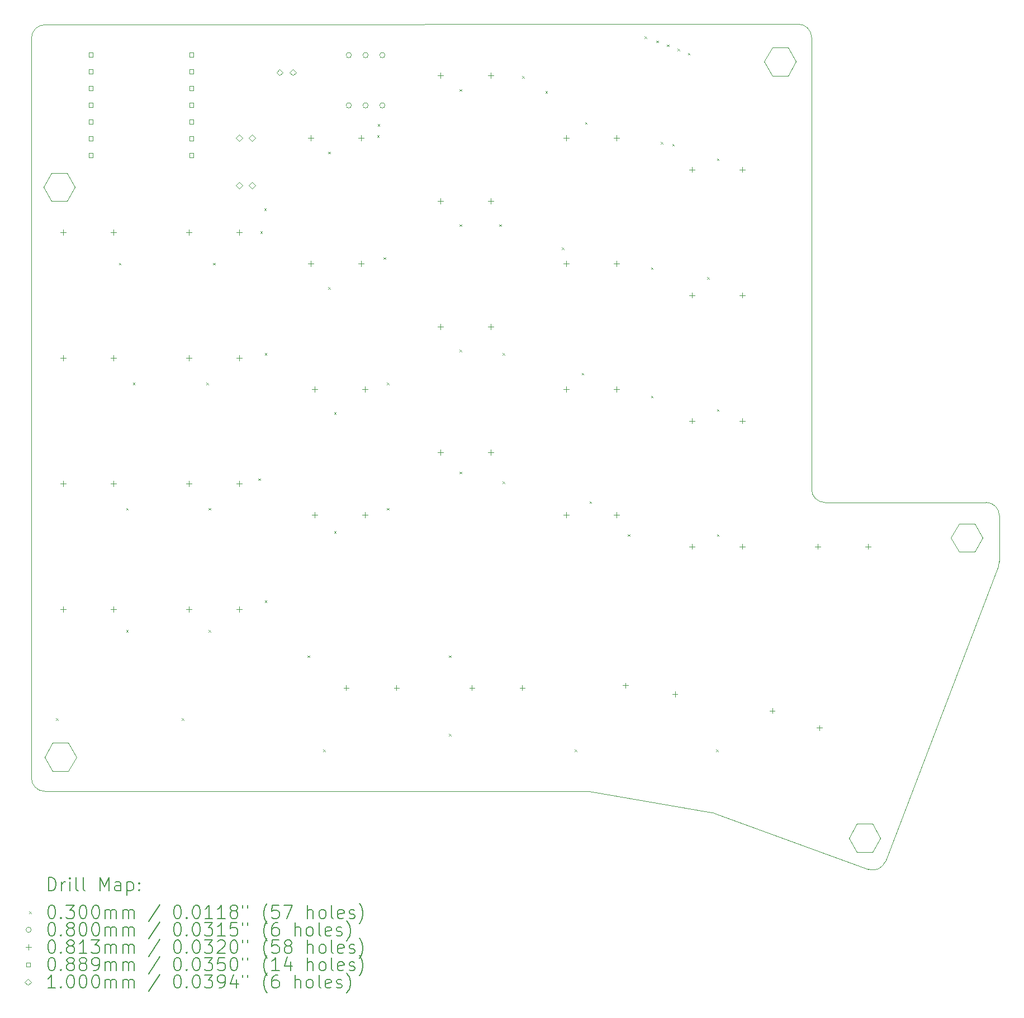
<source format=gbr>
%TF.GenerationSoftware,KiCad,Pcbnew,9.0.6*%
%TF.CreationDate,2025-12-07T22:23:54+09:00*%
%TF.ProjectId,tarakkie_v1_left,74617261-6b6b-4696-955f-76315f6c6566,rev?*%
%TF.SameCoordinates,Original*%
%TF.FileFunction,Drillmap*%
%TF.FilePolarity,Positive*%
%FSLAX45Y45*%
G04 Gerber Fmt 4.5, Leading zero omitted, Abs format (unit mm)*
G04 Created by KiCad (PCBNEW 9.0.6) date 2025-12-07 22:23:54*
%MOMM*%
%LPD*%
G01*
G04 APERTURE LIST*
%ADD10C,0.050000*%
%ADD11C,0.100000*%
%ADD12C,0.200000*%
G04 APERTURE END LIST*
D10*
X18548348Y-11964625D02*
X16832015Y-16445591D01*
X15516250Y-3750000D02*
G75*
G02*
X15716250Y-3950000I0J-200000D01*
G01*
X15916250Y-11000000D02*
X18360000Y-11000000D01*
X16832015Y-16445591D02*
G75*
G02*
X16576900Y-16562006I-186765J71541D01*
G01*
X3900000Y-3959828D02*
G75*
G02*
X4099828Y-3759830I200000J-2D01*
G01*
X14200280Y-15701210D02*
X12346663Y-15384609D01*
X18560000Y-11200000D02*
X18560000Y-11897357D01*
X4099828Y-3759828D02*
X15516250Y-3750000D01*
X12313032Y-15381754D02*
X4099958Y-15380042D01*
X15716250Y-3950000D02*
X15716250Y-10800000D01*
X18360000Y-11000000D02*
G75*
G02*
X18560000Y-11200000I0J-200000D01*
G01*
X4099958Y-15380042D02*
G75*
G02*
X3899998Y-15180042I42J200002D01*
G01*
X14200280Y-15701210D02*
G75*
G02*
X14234956Y-15710396I-33670J-197140D01*
G01*
X16576898Y-16562012D02*
X14234956Y-15710397D01*
X3900000Y-15180042D02*
X3900000Y-3959828D01*
X18560000Y-11897357D02*
G75*
G02*
X18548348Y-11964624I-199970J-3D01*
G01*
X12313032Y-15381754D02*
G75*
G02*
X12346663Y-15384609I-42J-200006D01*
G01*
X15916250Y-11000000D02*
G75*
G02*
X15716250Y-10800000I0J200000D01*
G01*
D11*
X16280000Y-16090000D02*
X16400000Y-16305000D01*
X16400000Y-15875000D02*
X16280000Y-16090000D01*
X16400000Y-16305000D02*
X16640000Y-16305000D01*
X16640000Y-15875000D02*
X16400000Y-15875000D01*
X16640000Y-16305000D02*
X16760000Y-16090000D01*
X16760000Y-16090000D02*
X16640000Y-15875000D01*
X15000000Y-4316000D02*
X15120000Y-4531000D01*
X15120000Y-4101000D02*
X15000000Y-4316000D01*
X15120000Y-4531000D02*
X15360000Y-4531000D01*
X15360000Y-4101000D02*
X15120000Y-4101000D01*
X15360000Y-4531000D02*
X15480000Y-4316000D01*
X15480000Y-4316000D02*
X15360000Y-4101000D01*
X4100000Y-14860000D02*
X4220000Y-15075000D01*
X4220000Y-14645000D02*
X4100000Y-14860000D01*
X4220000Y-15075000D02*
X4460000Y-15075000D01*
X4460000Y-14645000D02*
X4220000Y-14645000D01*
X4460000Y-15075000D02*
X4580000Y-14860000D01*
X4580000Y-14860000D02*
X4460000Y-14645000D01*
X17829000Y-11536000D02*
X17949000Y-11751000D01*
X17949000Y-11321000D02*
X17829000Y-11536000D01*
X17949000Y-11751000D02*
X18189000Y-11751000D01*
X18189000Y-11321000D02*
X17949000Y-11321000D01*
X18189000Y-11751000D02*
X18309000Y-11536000D01*
X18309000Y-11536000D02*
X18189000Y-11321000D01*
X4080000Y-6220000D02*
X4200000Y-6435000D01*
X4200000Y-6005000D02*
X4080000Y-6220000D01*
X4200000Y-6435000D02*
X4440000Y-6435000D01*
X4440000Y-6005000D02*
X4200000Y-6005000D01*
X4440000Y-6435000D02*
X4560000Y-6220000D01*
X4560000Y-6220000D02*
X4440000Y-6005000D01*
D12*
D11*
X4271250Y-14272500D02*
X4301250Y-14302500D01*
X4301250Y-14272500D02*
X4271250Y-14302500D01*
X5223750Y-7366875D02*
X5253750Y-7396875D01*
X5253750Y-7366875D02*
X5223750Y-7396875D01*
X5335000Y-11085000D02*
X5365000Y-11115000D01*
X5365000Y-11085000D02*
X5335000Y-11115000D01*
X5335000Y-12935000D02*
X5365000Y-12965000D01*
X5365000Y-12935000D02*
X5335000Y-12965000D01*
X5435000Y-9185000D02*
X5465000Y-9215000D01*
X5465000Y-9185000D02*
X5435000Y-9215000D01*
X6176250Y-14272500D02*
X6206250Y-14302500D01*
X6206250Y-14272500D02*
X6176250Y-14302500D01*
X6550000Y-9185000D02*
X6580000Y-9215000D01*
X6580000Y-9185000D02*
X6550000Y-9215000D01*
X6585000Y-11085000D02*
X6615000Y-11115000D01*
X6615000Y-11085000D02*
X6585000Y-11115000D01*
X6585000Y-12935000D02*
X6615000Y-12965000D01*
X6615000Y-12935000D02*
X6585000Y-12965000D01*
X6652500Y-7366875D02*
X6682500Y-7396875D01*
X6682500Y-7366875D02*
X6652500Y-7396875D01*
X7335000Y-10635000D02*
X7365000Y-10665000D01*
X7365000Y-10635000D02*
X7335000Y-10665000D01*
X7366875Y-6890625D02*
X7396875Y-6920625D01*
X7396875Y-6890625D02*
X7366875Y-6920625D01*
X7425000Y-6545000D02*
X7455000Y-6575000D01*
X7455000Y-6545000D02*
X7425000Y-6575000D01*
X7435000Y-8735000D02*
X7465000Y-8765000D01*
X7465000Y-8735000D02*
X7435000Y-8765000D01*
X7435000Y-12485000D02*
X7465000Y-12515000D01*
X7465000Y-12485000D02*
X7435000Y-12515000D01*
X8081250Y-13320000D02*
X8111250Y-13350000D01*
X8111250Y-13320000D02*
X8081250Y-13350000D01*
X8319375Y-14748750D02*
X8349375Y-14778750D01*
X8349375Y-14748750D02*
X8319375Y-14778750D01*
X8394375Y-5685000D02*
X8424375Y-5715000D01*
X8424375Y-5685000D02*
X8394375Y-5715000D01*
X8394375Y-7735000D02*
X8424375Y-7765000D01*
X8424375Y-7735000D02*
X8394375Y-7765000D01*
X8485000Y-9635000D02*
X8515000Y-9665000D01*
X8515000Y-9635000D02*
X8485000Y-9665000D01*
X8485000Y-11435000D02*
X8515000Y-11465000D01*
X8515000Y-11435000D02*
X8485000Y-11465000D01*
X9135000Y-5435000D02*
X9165000Y-5465000D01*
X9165000Y-5435000D02*
X9135000Y-5465000D01*
X9145000Y-5265000D02*
X9175000Y-5295000D01*
X9175000Y-5265000D02*
X9145000Y-5295000D01*
X9235000Y-7285000D02*
X9265000Y-7315000D01*
X9265000Y-7285000D02*
X9235000Y-7315000D01*
X9285000Y-9185000D02*
X9315000Y-9215000D01*
X9315000Y-9185000D02*
X9285000Y-9215000D01*
X9285000Y-11085000D02*
X9315000Y-11115000D01*
X9315000Y-11085000D02*
X9285000Y-11115000D01*
X10224375Y-13320000D02*
X10254375Y-13350000D01*
X10254375Y-13320000D02*
X10224375Y-13350000D01*
X10224375Y-14510625D02*
X10254375Y-14540625D01*
X10254375Y-14510625D02*
X10224375Y-14540625D01*
X10385000Y-4735000D02*
X10415000Y-4765000D01*
X10415000Y-4735000D02*
X10385000Y-4765000D01*
X10385000Y-6785000D02*
X10415000Y-6815000D01*
X10415000Y-6785000D02*
X10385000Y-6815000D01*
X10385000Y-8685000D02*
X10415000Y-8715000D01*
X10415000Y-8685000D02*
X10385000Y-8715000D01*
X10385000Y-10535000D02*
X10415000Y-10565000D01*
X10415000Y-10535000D02*
X10385000Y-10565000D01*
X10985000Y-6785000D02*
X11015000Y-6815000D01*
X11015000Y-6785000D02*
X10985000Y-6815000D01*
X11035000Y-8735000D02*
X11065000Y-8765000D01*
X11065000Y-8735000D02*
X11035000Y-8765000D01*
X11035000Y-10685000D02*
X11065000Y-10715000D01*
X11065000Y-10685000D02*
X11035000Y-10715000D01*
X11335000Y-4535000D02*
X11365000Y-4565000D01*
X11365000Y-4535000D02*
X11335000Y-4565000D01*
X11685000Y-4765000D02*
X11715000Y-4795000D01*
X11715000Y-4765000D02*
X11685000Y-4795000D01*
X11935000Y-7135000D02*
X11965000Y-7165000D01*
X11965000Y-7135000D02*
X11935000Y-7165000D01*
X12129375Y-14748750D02*
X12159375Y-14778750D01*
X12159375Y-14748750D02*
X12129375Y-14778750D01*
X12235000Y-9035000D02*
X12265000Y-9065000D01*
X12265000Y-9035000D02*
X12235000Y-9065000D01*
X12285000Y-5235000D02*
X12315000Y-5265000D01*
X12315000Y-5235000D02*
X12285000Y-5265000D01*
X12352500Y-10985000D02*
X12382500Y-11015000D01*
X12382500Y-10985000D02*
X12352500Y-11015000D01*
X12935000Y-11485000D02*
X12965000Y-11515000D01*
X12965000Y-11485000D02*
X12935000Y-11515000D01*
X13185000Y-3935000D02*
X13215000Y-3965000D01*
X13215000Y-3935000D02*
X13185000Y-3965000D01*
X13285000Y-7435000D02*
X13315000Y-7465000D01*
X13315000Y-7435000D02*
X13285000Y-7465000D01*
X13285000Y-9385000D02*
X13315000Y-9415000D01*
X13315000Y-9385000D02*
X13285000Y-9415000D01*
X13365000Y-3997500D02*
X13395000Y-4027500D01*
X13395000Y-3997500D02*
X13365000Y-4027500D01*
X13435000Y-5535000D02*
X13465000Y-5565000D01*
X13465000Y-5535000D02*
X13435000Y-5565000D01*
X13525000Y-4060000D02*
X13555000Y-4090000D01*
X13555000Y-4060000D02*
X13525000Y-4090000D01*
X13605000Y-5565000D02*
X13635000Y-5595000D01*
X13635000Y-5565000D02*
X13605000Y-5595000D01*
X13685000Y-4122500D02*
X13715000Y-4152500D01*
X13715000Y-4122500D02*
X13685000Y-4152500D01*
X13845000Y-4185000D02*
X13875000Y-4215000D01*
X13875000Y-4185000D02*
X13845000Y-4215000D01*
X14135000Y-7585000D02*
X14165000Y-7615000D01*
X14165000Y-7585000D02*
X14135000Y-7615000D01*
X14272500Y-14748750D02*
X14302500Y-14778750D01*
X14302500Y-14748750D02*
X14272500Y-14778750D01*
X14285000Y-5785000D02*
X14315000Y-5815000D01*
X14315000Y-5785000D02*
X14285000Y-5815000D01*
X14285000Y-9585000D02*
X14315000Y-9615000D01*
X14315000Y-9585000D02*
X14285000Y-9615000D01*
X14285000Y-11485000D02*
X14315000Y-11515000D01*
X14315000Y-11485000D02*
X14285000Y-11515000D01*
X8746000Y-4218000D02*
G75*
G02*
X8666000Y-4218000I-40000J0D01*
G01*
X8666000Y-4218000D02*
G75*
G02*
X8746000Y-4218000I40000J0D01*
G01*
X8746000Y-4980000D02*
G75*
G02*
X8666000Y-4980000I-40000J0D01*
G01*
X8666000Y-4980000D02*
G75*
G02*
X8746000Y-4980000I40000J0D01*
G01*
X9000000Y-4218000D02*
G75*
G02*
X8920000Y-4218000I-40000J0D01*
G01*
X8920000Y-4218000D02*
G75*
G02*
X9000000Y-4218000I40000J0D01*
G01*
X9000000Y-4980000D02*
G75*
G02*
X8920000Y-4980000I-40000J0D01*
G01*
X8920000Y-4980000D02*
G75*
G02*
X9000000Y-4980000I40000J0D01*
G01*
X9254000Y-4218000D02*
G75*
G02*
X9174000Y-4218000I-40000J0D01*
G01*
X9174000Y-4218000D02*
G75*
G02*
X9254000Y-4218000I40000J0D01*
G01*
X9254000Y-4980000D02*
G75*
G02*
X9174000Y-4980000I-40000J0D01*
G01*
X9174000Y-4980000D02*
G75*
G02*
X9254000Y-4980000I40000J0D01*
G01*
X4381500Y-6864985D02*
X4381500Y-6946265D01*
X4340860Y-6905625D02*
X4422140Y-6905625D01*
X4381500Y-8769985D02*
X4381500Y-8851265D01*
X4340860Y-8810625D02*
X4422140Y-8810625D01*
X4381500Y-10674985D02*
X4381500Y-10756265D01*
X4340860Y-10715625D02*
X4422140Y-10715625D01*
X4381500Y-12579985D02*
X4381500Y-12661265D01*
X4340860Y-12620625D02*
X4422140Y-12620625D01*
X5143500Y-6864985D02*
X5143500Y-6946265D01*
X5102860Y-6905625D02*
X5184140Y-6905625D01*
X5143500Y-8769985D02*
X5143500Y-8851265D01*
X5102860Y-8810625D02*
X5184140Y-8810625D01*
X5143500Y-10674985D02*
X5143500Y-10756265D01*
X5102860Y-10715625D02*
X5184140Y-10715625D01*
X5143500Y-12579985D02*
X5143500Y-12661265D01*
X5102860Y-12620625D02*
X5184140Y-12620625D01*
X6286500Y-6864985D02*
X6286500Y-6946265D01*
X6245860Y-6905625D02*
X6327140Y-6905625D01*
X6286500Y-8769985D02*
X6286500Y-8851265D01*
X6245860Y-8810625D02*
X6327140Y-8810625D01*
X6286500Y-10674985D02*
X6286500Y-10756265D01*
X6245860Y-10715625D02*
X6327140Y-10715625D01*
X6286500Y-12579985D02*
X6286500Y-12661265D01*
X6245860Y-12620625D02*
X6327140Y-12620625D01*
X7048500Y-6864985D02*
X7048500Y-6946265D01*
X7007860Y-6905625D02*
X7089140Y-6905625D01*
X7048500Y-8769985D02*
X7048500Y-8851265D01*
X7007860Y-8810625D02*
X7089140Y-8810625D01*
X7048500Y-10674985D02*
X7048500Y-10756265D01*
X7007860Y-10715625D02*
X7089140Y-10715625D01*
X7048500Y-12579985D02*
X7048500Y-12661265D01*
X7007860Y-12620625D02*
X7089140Y-12620625D01*
X8130875Y-5436235D02*
X8130875Y-5517515D01*
X8090235Y-5476875D02*
X8171515Y-5476875D01*
X8130875Y-7341235D02*
X8130875Y-7422515D01*
X8090235Y-7381875D02*
X8171515Y-7381875D01*
X8191500Y-9246235D02*
X8191500Y-9327515D01*
X8150860Y-9286875D02*
X8232140Y-9286875D01*
X8191500Y-11151235D02*
X8191500Y-11232515D01*
X8150860Y-11191875D02*
X8232140Y-11191875D01*
X8667750Y-13770610D02*
X8667750Y-13851890D01*
X8627110Y-13811250D02*
X8708390Y-13811250D01*
X8892875Y-5436235D02*
X8892875Y-5517515D01*
X8852235Y-5476875D02*
X8933515Y-5476875D01*
X8892875Y-7341235D02*
X8892875Y-7422515D01*
X8852235Y-7381875D02*
X8933515Y-7381875D01*
X8953500Y-9246235D02*
X8953500Y-9327515D01*
X8912860Y-9286875D02*
X8994140Y-9286875D01*
X8953500Y-11151235D02*
X8953500Y-11232515D01*
X8912860Y-11191875D02*
X8994140Y-11191875D01*
X9429750Y-13770610D02*
X9429750Y-13851890D01*
X9389110Y-13811250D02*
X9470390Y-13811250D01*
X10096500Y-4483735D02*
X10096500Y-4565015D01*
X10055860Y-4524375D02*
X10137140Y-4524375D01*
X10096500Y-6388735D02*
X10096500Y-6470015D01*
X10055860Y-6429375D02*
X10137140Y-6429375D01*
X10096500Y-8293735D02*
X10096500Y-8375015D01*
X10055860Y-8334375D02*
X10137140Y-8334375D01*
X10096500Y-10198735D02*
X10096500Y-10280015D01*
X10055860Y-10239375D02*
X10137140Y-10239375D01*
X10572750Y-13770610D02*
X10572750Y-13851890D01*
X10532110Y-13811250D02*
X10613390Y-13811250D01*
X10858500Y-4483735D02*
X10858500Y-4565015D01*
X10817860Y-4524375D02*
X10899140Y-4524375D01*
X10858500Y-6388735D02*
X10858500Y-6470015D01*
X10817860Y-6429375D02*
X10899140Y-6429375D01*
X10858500Y-8293735D02*
X10858500Y-8375015D01*
X10817860Y-8334375D02*
X10899140Y-8334375D01*
X10858500Y-10198735D02*
X10858500Y-10280015D01*
X10817860Y-10239375D02*
X10899140Y-10239375D01*
X11334750Y-13770610D02*
X11334750Y-13851890D01*
X11294110Y-13811250D02*
X11375390Y-13811250D01*
X12001500Y-5436235D02*
X12001500Y-5517515D01*
X11960860Y-5476875D02*
X12042140Y-5476875D01*
X12001500Y-7341235D02*
X12001500Y-7422515D01*
X11960860Y-7381875D02*
X12042140Y-7381875D01*
X12001500Y-9246235D02*
X12001500Y-9327515D01*
X11960860Y-9286875D02*
X12042140Y-9286875D01*
X12001500Y-11151235D02*
X12001500Y-11232515D01*
X11960860Y-11191875D02*
X12042140Y-11191875D01*
X12763500Y-5436235D02*
X12763500Y-5517515D01*
X12722860Y-5476875D02*
X12804140Y-5476875D01*
X12763500Y-7341235D02*
X12763500Y-7422515D01*
X12722860Y-7381875D02*
X12804140Y-7381875D01*
X12763500Y-9246235D02*
X12763500Y-9327515D01*
X12722860Y-9286875D02*
X12804140Y-9286875D01*
X12763500Y-11151235D02*
X12763500Y-11232515D01*
X12722860Y-11191875D02*
X12804140Y-11191875D01*
X12896466Y-13735273D02*
X12896466Y-13816553D01*
X12855826Y-13775913D02*
X12937106Y-13775913D01*
X13646890Y-13867593D02*
X13646890Y-13948873D01*
X13606250Y-13908233D02*
X13687530Y-13908233D01*
X13906500Y-5912485D02*
X13906500Y-5993765D01*
X13865860Y-5953125D02*
X13947140Y-5953125D01*
X13906500Y-7817485D02*
X13906500Y-7898765D01*
X13865860Y-7858125D02*
X13947140Y-7858125D01*
X13906500Y-9722485D02*
X13906500Y-9803765D01*
X13865860Y-9763125D02*
X13947140Y-9763125D01*
X13906500Y-11627485D02*
X13906500Y-11708765D01*
X13865860Y-11668125D02*
X13947140Y-11668125D01*
X14668500Y-5912485D02*
X14668500Y-5993765D01*
X14627860Y-5953125D02*
X14709140Y-5953125D01*
X14668500Y-7817485D02*
X14668500Y-7898765D01*
X14627860Y-7858125D02*
X14709140Y-7858125D01*
X14668500Y-9722485D02*
X14668500Y-9803765D01*
X14627860Y-9763125D02*
X14709140Y-9763125D01*
X14668500Y-11627485D02*
X14668500Y-11708765D01*
X14627860Y-11668125D02*
X14709140Y-11668125D01*
X15120102Y-14116550D02*
X15120102Y-14197830D01*
X15079462Y-14157190D02*
X15160742Y-14157190D01*
X15811500Y-11627485D02*
X15811500Y-11708765D01*
X15770860Y-11668125D02*
X15852140Y-11668125D01*
X15836148Y-14377170D02*
X15836148Y-14458450D01*
X15795508Y-14417810D02*
X15876788Y-14417810D01*
X16573500Y-11627485D02*
X16573500Y-11708765D01*
X16532860Y-11668125D02*
X16614140Y-11668125D01*
X4828431Y-4244281D02*
X4828431Y-4181419D01*
X4765569Y-4181419D01*
X4765569Y-4244281D01*
X4828431Y-4244281D01*
X4828431Y-4498281D02*
X4828431Y-4435419D01*
X4765569Y-4435419D01*
X4765569Y-4498281D01*
X4828431Y-4498281D01*
X4828431Y-4752281D02*
X4828431Y-4689419D01*
X4765569Y-4689419D01*
X4765569Y-4752281D01*
X4828431Y-4752281D01*
X4828431Y-5006281D02*
X4828431Y-4943419D01*
X4765569Y-4943419D01*
X4765569Y-5006281D01*
X4828431Y-5006281D01*
X4828431Y-5260281D02*
X4828431Y-5197419D01*
X4765569Y-5197419D01*
X4765569Y-5260281D01*
X4828431Y-5260281D01*
X4828431Y-5514281D02*
X4828431Y-5451419D01*
X4765569Y-5451419D01*
X4765569Y-5514281D01*
X4828431Y-5514281D01*
X4828431Y-5768281D02*
X4828431Y-5705419D01*
X4765569Y-5705419D01*
X4765569Y-5768281D01*
X4828431Y-5768281D01*
X6352431Y-4244281D02*
X6352431Y-4181419D01*
X6289569Y-4181419D01*
X6289569Y-4244281D01*
X6352431Y-4244281D01*
X6352431Y-4498281D02*
X6352431Y-4435419D01*
X6289569Y-4435419D01*
X6289569Y-4498281D01*
X6352431Y-4498281D01*
X6352431Y-4752281D02*
X6352431Y-4689419D01*
X6289569Y-4689419D01*
X6289569Y-4752281D01*
X6352431Y-4752281D01*
X6352431Y-5006281D02*
X6352431Y-4943419D01*
X6289569Y-4943419D01*
X6289569Y-5006281D01*
X6352431Y-5006281D01*
X6352431Y-5260281D02*
X6352431Y-5197419D01*
X6289569Y-5197419D01*
X6289569Y-5260281D01*
X6352431Y-5260281D01*
X6352431Y-5514281D02*
X6352431Y-5451419D01*
X6289569Y-5451419D01*
X6289569Y-5514281D01*
X6352431Y-5514281D01*
X6352431Y-5768281D02*
X6352431Y-5705419D01*
X6289569Y-5705419D01*
X6289569Y-5768281D01*
X6352431Y-5768281D01*
X7043750Y-5526875D02*
X7093750Y-5476875D01*
X7043750Y-5426875D01*
X6993750Y-5476875D01*
X7043750Y-5526875D01*
X7043750Y-6241250D02*
X7093750Y-6191250D01*
X7043750Y-6141250D01*
X6993750Y-6191250D01*
X7043750Y-6241250D01*
X7243750Y-5526875D02*
X7293750Y-5476875D01*
X7243750Y-5426875D01*
X7193750Y-5476875D01*
X7243750Y-5526875D01*
X7243750Y-6241250D02*
X7293750Y-6191250D01*
X7243750Y-6141250D01*
X7193750Y-6191250D01*
X7243750Y-6241250D01*
X7660000Y-4530000D02*
X7710000Y-4480000D01*
X7660000Y-4430000D01*
X7610000Y-4480000D01*
X7660000Y-4530000D01*
X7860000Y-4530000D02*
X7910000Y-4480000D01*
X7860000Y-4430000D01*
X7810000Y-4480000D01*
X7860000Y-4530000D01*
D12*
X4158277Y-16888032D02*
X4158277Y-16688031D01*
X4158277Y-16688031D02*
X4205896Y-16688031D01*
X4205896Y-16688031D02*
X4234467Y-16697555D01*
X4234467Y-16697555D02*
X4253515Y-16716603D01*
X4253515Y-16716603D02*
X4263039Y-16735650D01*
X4263039Y-16735650D02*
X4272563Y-16773746D01*
X4272563Y-16773746D02*
X4272563Y-16802317D01*
X4272563Y-16802317D02*
X4263039Y-16840412D01*
X4263039Y-16840412D02*
X4253515Y-16859460D01*
X4253515Y-16859460D02*
X4234467Y-16878508D01*
X4234467Y-16878508D02*
X4205896Y-16888032D01*
X4205896Y-16888032D02*
X4158277Y-16888032D01*
X4358277Y-16888032D02*
X4358277Y-16754698D01*
X4358277Y-16792793D02*
X4367801Y-16773746D01*
X4367801Y-16773746D02*
X4377324Y-16764222D01*
X4377324Y-16764222D02*
X4396372Y-16754698D01*
X4396372Y-16754698D02*
X4415420Y-16754698D01*
X4482086Y-16888032D02*
X4482086Y-16754698D01*
X4482086Y-16688031D02*
X4472563Y-16697555D01*
X4472563Y-16697555D02*
X4482086Y-16707079D01*
X4482086Y-16707079D02*
X4491610Y-16697555D01*
X4491610Y-16697555D02*
X4482086Y-16688031D01*
X4482086Y-16688031D02*
X4482086Y-16707079D01*
X4605896Y-16888032D02*
X4586848Y-16878508D01*
X4586848Y-16878508D02*
X4577324Y-16859460D01*
X4577324Y-16859460D02*
X4577324Y-16688031D01*
X4710658Y-16888032D02*
X4691610Y-16878508D01*
X4691610Y-16878508D02*
X4682086Y-16859460D01*
X4682086Y-16859460D02*
X4682086Y-16688031D01*
X4939229Y-16888032D02*
X4939229Y-16688031D01*
X4939229Y-16688031D02*
X5005896Y-16830889D01*
X5005896Y-16830889D02*
X5072563Y-16688031D01*
X5072563Y-16688031D02*
X5072563Y-16888032D01*
X5253515Y-16888032D02*
X5253515Y-16783270D01*
X5253515Y-16783270D02*
X5243991Y-16764222D01*
X5243991Y-16764222D02*
X5224944Y-16754698D01*
X5224944Y-16754698D02*
X5186848Y-16754698D01*
X5186848Y-16754698D02*
X5167801Y-16764222D01*
X5253515Y-16878508D02*
X5234467Y-16888032D01*
X5234467Y-16888032D02*
X5186848Y-16888032D01*
X5186848Y-16888032D02*
X5167801Y-16878508D01*
X5167801Y-16878508D02*
X5158277Y-16859460D01*
X5158277Y-16859460D02*
X5158277Y-16840412D01*
X5158277Y-16840412D02*
X5167801Y-16821365D01*
X5167801Y-16821365D02*
X5186848Y-16811841D01*
X5186848Y-16811841D02*
X5234467Y-16811841D01*
X5234467Y-16811841D02*
X5253515Y-16802317D01*
X5348753Y-16754698D02*
X5348753Y-16954698D01*
X5348753Y-16764222D02*
X5367801Y-16754698D01*
X5367801Y-16754698D02*
X5405896Y-16754698D01*
X5405896Y-16754698D02*
X5424944Y-16764222D01*
X5424944Y-16764222D02*
X5434467Y-16773746D01*
X5434467Y-16773746D02*
X5443991Y-16792793D01*
X5443991Y-16792793D02*
X5443991Y-16849936D01*
X5443991Y-16849936D02*
X5434467Y-16868984D01*
X5434467Y-16868984D02*
X5424944Y-16878508D01*
X5424944Y-16878508D02*
X5405896Y-16888032D01*
X5405896Y-16888032D02*
X5367801Y-16888032D01*
X5367801Y-16888032D02*
X5348753Y-16878508D01*
X5529705Y-16868984D02*
X5539229Y-16878508D01*
X5539229Y-16878508D02*
X5529705Y-16888032D01*
X5529705Y-16888032D02*
X5520182Y-16878508D01*
X5520182Y-16878508D02*
X5529705Y-16868984D01*
X5529705Y-16868984D02*
X5529705Y-16888032D01*
X5529705Y-16764222D02*
X5539229Y-16773746D01*
X5539229Y-16773746D02*
X5529705Y-16783270D01*
X5529705Y-16783270D02*
X5520182Y-16773746D01*
X5520182Y-16773746D02*
X5529705Y-16764222D01*
X5529705Y-16764222D02*
X5529705Y-16783270D01*
D11*
X3867500Y-17201548D02*
X3897500Y-17231548D01*
X3897500Y-17201548D02*
X3867500Y-17231548D01*
D12*
X4196372Y-17108032D02*
X4215420Y-17108032D01*
X4215420Y-17108032D02*
X4234467Y-17117555D01*
X4234467Y-17117555D02*
X4243991Y-17127079D01*
X4243991Y-17127079D02*
X4253515Y-17146127D01*
X4253515Y-17146127D02*
X4263039Y-17184222D01*
X4263039Y-17184222D02*
X4263039Y-17231841D01*
X4263039Y-17231841D02*
X4253515Y-17269936D01*
X4253515Y-17269936D02*
X4243991Y-17288984D01*
X4243991Y-17288984D02*
X4234467Y-17298508D01*
X4234467Y-17298508D02*
X4215420Y-17308032D01*
X4215420Y-17308032D02*
X4196372Y-17308032D01*
X4196372Y-17308032D02*
X4177324Y-17298508D01*
X4177324Y-17298508D02*
X4167801Y-17288984D01*
X4167801Y-17288984D02*
X4158277Y-17269936D01*
X4158277Y-17269936D02*
X4148753Y-17231841D01*
X4148753Y-17231841D02*
X4148753Y-17184222D01*
X4148753Y-17184222D02*
X4158277Y-17146127D01*
X4158277Y-17146127D02*
X4167801Y-17127079D01*
X4167801Y-17127079D02*
X4177324Y-17117555D01*
X4177324Y-17117555D02*
X4196372Y-17108032D01*
X4348753Y-17288984D02*
X4358277Y-17298508D01*
X4358277Y-17298508D02*
X4348753Y-17308032D01*
X4348753Y-17308032D02*
X4339229Y-17298508D01*
X4339229Y-17298508D02*
X4348753Y-17288984D01*
X4348753Y-17288984D02*
X4348753Y-17308032D01*
X4424944Y-17108032D02*
X4548753Y-17108032D01*
X4548753Y-17108032D02*
X4482086Y-17184222D01*
X4482086Y-17184222D02*
X4510658Y-17184222D01*
X4510658Y-17184222D02*
X4529705Y-17193746D01*
X4529705Y-17193746D02*
X4539229Y-17203270D01*
X4539229Y-17203270D02*
X4548753Y-17222317D01*
X4548753Y-17222317D02*
X4548753Y-17269936D01*
X4548753Y-17269936D02*
X4539229Y-17288984D01*
X4539229Y-17288984D02*
X4529705Y-17298508D01*
X4529705Y-17298508D02*
X4510658Y-17308032D01*
X4510658Y-17308032D02*
X4453515Y-17308032D01*
X4453515Y-17308032D02*
X4434467Y-17298508D01*
X4434467Y-17298508D02*
X4424944Y-17288984D01*
X4672563Y-17108032D02*
X4691610Y-17108032D01*
X4691610Y-17108032D02*
X4710658Y-17117555D01*
X4710658Y-17117555D02*
X4720182Y-17127079D01*
X4720182Y-17127079D02*
X4729705Y-17146127D01*
X4729705Y-17146127D02*
X4739229Y-17184222D01*
X4739229Y-17184222D02*
X4739229Y-17231841D01*
X4739229Y-17231841D02*
X4729705Y-17269936D01*
X4729705Y-17269936D02*
X4720182Y-17288984D01*
X4720182Y-17288984D02*
X4710658Y-17298508D01*
X4710658Y-17298508D02*
X4691610Y-17308032D01*
X4691610Y-17308032D02*
X4672563Y-17308032D01*
X4672563Y-17308032D02*
X4653515Y-17298508D01*
X4653515Y-17298508D02*
X4643991Y-17288984D01*
X4643991Y-17288984D02*
X4634467Y-17269936D01*
X4634467Y-17269936D02*
X4624944Y-17231841D01*
X4624944Y-17231841D02*
X4624944Y-17184222D01*
X4624944Y-17184222D02*
X4634467Y-17146127D01*
X4634467Y-17146127D02*
X4643991Y-17127079D01*
X4643991Y-17127079D02*
X4653515Y-17117555D01*
X4653515Y-17117555D02*
X4672563Y-17108032D01*
X4863039Y-17108032D02*
X4882086Y-17108032D01*
X4882086Y-17108032D02*
X4901134Y-17117555D01*
X4901134Y-17117555D02*
X4910658Y-17127079D01*
X4910658Y-17127079D02*
X4920182Y-17146127D01*
X4920182Y-17146127D02*
X4929705Y-17184222D01*
X4929705Y-17184222D02*
X4929705Y-17231841D01*
X4929705Y-17231841D02*
X4920182Y-17269936D01*
X4920182Y-17269936D02*
X4910658Y-17288984D01*
X4910658Y-17288984D02*
X4901134Y-17298508D01*
X4901134Y-17298508D02*
X4882086Y-17308032D01*
X4882086Y-17308032D02*
X4863039Y-17308032D01*
X4863039Y-17308032D02*
X4843991Y-17298508D01*
X4843991Y-17298508D02*
X4834467Y-17288984D01*
X4834467Y-17288984D02*
X4824944Y-17269936D01*
X4824944Y-17269936D02*
X4815420Y-17231841D01*
X4815420Y-17231841D02*
X4815420Y-17184222D01*
X4815420Y-17184222D02*
X4824944Y-17146127D01*
X4824944Y-17146127D02*
X4834467Y-17127079D01*
X4834467Y-17127079D02*
X4843991Y-17117555D01*
X4843991Y-17117555D02*
X4863039Y-17108032D01*
X5015420Y-17308032D02*
X5015420Y-17174698D01*
X5015420Y-17193746D02*
X5024944Y-17184222D01*
X5024944Y-17184222D02*
X5043991Y-17174698D01*
X5043991Y-17174698D02*
X5072563Y-17174698D01*
X5072563Y-17174698D02*
X5091610Y-17184222D01*
X5091610Y-17184222D02*
X5101134Y-17203270D01*
X5101134Y-17203270D02*
X5101134Y-17308032D01*
X5101134Y-17203270D02*
X5110658Y-17184222D01*
X5110658Y-17184222D02*
X5129705Y-17174698D01*
X5129705Y-17174698D02*
X5158277Y-17174698D01*
X5158277Y-17174698D02*
X5177325Y-17184222D01*
X5177325Y-17184222D02*
X5186848Y-17203270D01*
X5186848Y-17203270D02*
X5186848Y-17308032D01*
X5282086Y-17308032D02*
X5282086Y-17174698D01*
X5282086Y-17193746D02*
X5291610Y-17184222D01*
X5291610Y-17184222D02*
X5310658Y-17174698D01*
X5310658Y-17174698D02*
X5339229Y-17174698D01*
X5339229Y-17174698D02*
X5358277Y-17184222D01*
X5358277Y-17184222D02*
X5367801Y-17203270D01*
X5367801Y-17203270D02*
X5367801Y-17308032D01*
X5367801Y-17203270D02*
X5377325Y-17184222D01*
X5377325Y-17184222D02*
X5396372Y-17174698D01*
X5396372Y-17174698D02*
X5424944Y-17174698D01*
X5424944Y-17174698D02*
X5443991Y-17184222D01*
X5443991Y-17184222D02*
X5453515Y-17203270D01*
X5453515Y-17203270D02*
X5453515Y-17308032D01*
X5843991Y-17098508D02*
X5672563Y-17355651D01*
X6101134Y-17108032D02*
X6120182Y-17108032D01*
X6120182Y-17108032D02*
X6139229Y-17117555D01*
X6139229Y-17117555D02*
X6148753Y-17127079D01*
X6148753Y-17127079D02*
X6158277Y-17146127D01*
X6158277Y-17146127D02*
X6167801Y-17184222D01*
X6167801Y-17184222D02*
X6167801Y-17231841D01*
X6167801Y-17231841D02*
X6158277Y-17269936D01*
X6158277Y-17269936D02*
X6148753Y-17288984D01*
X6148753Y-17288984D02*
X6139229Y-17298508D01*
X6139229Y-17298508D02*
X6120182Y-17308032D01*
X6120182Y-17308032D02*
X6101134Y-17308032D01*
X6101134Y-17308032D02*
X6082086Y-17298508D01*
X6082086Y-17298508D02*
X6072563Y-17288984D01*
X6072563Y-17288984D02*
X6063039Y-17269936D01*
X6063039Y-17269936D02*
X6053515Y-17231841D01*
X6053515Y-17231841D02*
X6053515Y-17184222D01*
X6053515Y-17184222D02*
X6063039Y-17146127D01*
X6063039Y-17146127D02*
X6072563Y-17127079D01*
X6072563Y-17127079D02*
X6082086Y-17117555D01*
X6082086Y-17117555D02*
X6101134Y-17108032D01*
X6253515Y-17288984D02*
X6263039Y-17298508D01*
X6263039Y-17298508D02*
X6253515Y-17308032D01*
X6253515Y-17308032D02*
X6243991Y-17298508D01*
X6243991Y-17298508D02*
X6253515Y-17288984D01*
X6253515Y-17288984D02*
X6253515Y-17308032D01*
X6386848Y-17108032D02*
X6405896Y-17108032D01*
X6405896Y-17108032D02*
X6424944Y-17117555D01*
X6424944Y-17117555D02*
X6434467Y-17127079D01*
X6434467Y-17127079D02*
X6443991Y-17146127D01*
X6443991Y-17146127D02*
X6453515Y-17184222D01*
X6453515Y-17184222D02*
X6453515Y-17231841D01*
X6453515Y-17231841D02*
X6443991Y-17269936D01*
X6443991Y-17269936D02*
X6434467Y-17288984D01*
X6434467Y-17288984D02*
X6424944Y-17298508D01*
X6424944Y-17298508D02*
X6405896Y-17308032D01*
X6405896Y-17308032D02*
X6386848Y-17308032D01*
X6386848Y-17308032D02*
X6367801Y-17298508D01*
X6367801Y-17298508D02*
X6358277Y-17288984D01*
X6358277Y-17288984D02*
X6348753Y-17269936D01*
X6348753Y-17269936D02*
X6339229Y-17231841D01*
X6339229Y-17231841D02*
X6339229Y-17184222D01*
X6339229Y-17184222D02*
X6348753Y-17146127D01*
X6348753Y-17146127D02*
X6358277Y-17127079D01*
X6358277Y-17127079D02*
X6367801Y-17117555D01*
X6367801Y-17117555D02*
X6386848Y-17108032D01*
X6643991Y-17308032D02*
X6529706Y-17308032D01*
X6586848Y-17308032D02*
X6586848Y-17108032D01*
X6586848Y-17108032D02*
X6567801Y-17136603D01*
X6567801Y-17136603D02*
X6548753Y-17155651D01*
X6548753Y-17155651D02*
X6529706Y-17165174D01*
X6834467Y-17308032D02*
X6720182Y-17308032D01*
X6777325Y-17308032D02*
X6777325Y-17108032D01*
X6777325Y-17108032D02*
X6758277Y-17136603D01*
X6758277Y-17136603D02*
X6739229Y-17155651D01*
X6739229Y-17155651D02*
X6720182Y-17165174D01*
X6948753Y-17193746D02*
X6929706Y-17184222D01*
X6929706Y-17184222D02*
X6920182Y-17174698D01*
X6920182Y-17174698D02*
X6910658Y-17155651D01*
X6910658Y-17155651D02*
X6910658Y-17146127D01*
X6910658Y-17146127D02*
X6920182Y-17127079D01*
X6920182Y-17127079D02*
X6929706Y-17117555D01*
X6929706Y-17117555D02*
X6948753Y-17108032D01*
X6948753Y-17108032D02*
X6986848Y-17108032D01*
X6986848Y-17108032D02*
X7005896Y-17117555D01*
X7005896Y-17117555D02*
X7015420Y-17127079D01*
X7015420Y-17127079D02*
X7024944Y-17146127D01*
X7024944Y-17146127D02*
X7024944Y-17155651D01*
X7024944Y-17155651D02*
X7015420Y-17174698D01*
X7015420Y-17174698D02*
X7005896Y-17184222D01*
X7005896Y-17184222D02*
X6986848Y-17193746D01*
X6986848Y-17193746D02*
X6948753Y-17193746D01*
X6948753Y-17193746D02*
X6929706Y-17203270D01*
X6929706Y-17203270D02*
X6920182Y-17212793D01*
X6920182Y-17212793D02*
X6910658Y-17231841D01*
X6910658Y-17231841D02*
X6910658Y-17269936D01*
X6910658Y-17269936D02*
X6920182Y-17288984D01*
X6920182Y-17288984D02*
X6929706Y-17298508D01*
X6929706Y-17298508D02*
X6948753Y-17308032D01*
X6948753Y-17308032D02*
X6986848Y-17308032D01*
X6986848Y-17308032D02*
X7005896Y-17298508D01*
X7005896Y-17298508D02*
X7015420Y-17288984D01*
X7015420Y-17288984D02*
X7024944Y-17269936D01*
X7024944Y-17269936D02*
X7024944Y-17231841D01*
X7024944Y-17231841D02*
X7015420Y-17212793D01*
X7015420Y-17212793D02*
X7005896Y-17203270D01*
X7005896Y-17203270D02*
X6986848Y-17193746D01*
X7101134Y-17108032D02*
X7101134Y-17146127D01*
X7177325Y-17108032D02*
X7177325Y-17146127D01*
X7472563Y-17384222D02*
X7463039Y-17374698D01*
X7463039Y-17374698D02*
X7443991Y-17346127D01*
X7443991Y-17346127D02*
X7434468Y-17327079D01*
X7434468Y-17327079D02*
X7424944Y-17298508D01*
X7424944Y-17298508D02*
X7415420Y-17250889D01*
X7415420Y-17250889D02*
X7415420Y-17212793D01*
X7415420Y-17212793D02*
X7424944Y-17165174D01*
X7424944Y-17165174D02*
X7434468Y-17136603D01*
X7434468Y-17136603D02*
X7443991Y-17117555D01*
X7443991Y-17117555D02*
X7463039Y-17088984D01*
X7463039Y-17088984D02*
X7472563Y-17079460D01*
X7643991Y-17108032D02*
X7548753Y-17108032D01*
X7548753Y-17108032D02*
X7539229Y-17203270D01*
X7539229Y-17203270D02*
X7548753Y-17193746D01*
X7548753Y-17193746D02*
X7567801Y-17184222D01*
X7567801Y-17184222D02*
X7615420Y-17184222D01*
X7615420Y-17184222D02*
X7634468Y-17193746D01*
X7634468Y-17193746D02*
X7643991Y-17203270D01*
X7643991Y-17203270D02*
X7653515Y-17222317D01*
X7653515Y-17222317D02*
X7653515Y-17269936D01*
X7653515Y-17269936D02*
X7643991Y-17288984D01*
X7643991Y-17288984D02*
X7634468Y-17298508D01*
X7634468Y-17298508D02*
X7615420Y-17308032D01*
X7615420Y-17308032D02*
X7567801Y-17308032D01*
X7567801Y-17308032D02*
X7548753Y-17298508D01*
X7548753Y-17298508D02*
X7539229Y-17288984D01*
X7720182Y-17108032D02*
X7853515Y-17108032D01*
X7853515Y-17108032D02*
X7767801Y-17308032D01*
X8082087Y-17308032D02*
X8082087Y-17108032D01*
X8167801Y-17308032D02*
X8167801Y-17203270D01*
X8167801Y-17203270D02*
X8158277Y-17184222D01*
X8158277Y-17184222D02*
X8139230Y-17174698D01*
X8139230Y-17174698D02*
X8110658Y-17174698D01*
X8110658Y-17174698D02*
X8091610Y-17184222D01*
X8091610Y-17184222D02*
X8082087Y-17193746D01*
X8291610Y-17308032D02*
X8272563Y-17298508D01*
X8272563Y-17298508D02*
X8263039Y-17288984D01*
X8263039Y-17288984D02*
X8253515Y-17269936D01*
X8253515Y-17269936D02*
X8253515Y-17212793D01*
X8253515Y-17212793D02*
X8263039Y-17193746D01*
X8263039Y-17193746D02*
X8272563Y-17184222D01*
X8272563Y-17184222D02*
X8291610Y-17174698D01*
X8291610Y-17174698D02*
X8320182Y-17174698D01*
X8320182Y-17174698D02*
X8339230Y-17184222D01*
X8339230Y-17184222D02*
X8348753Y-17193746D01*
X8348753Y-17193746D02*
X8358277Y-17212793D01*
X8358277Y-17212793D02*
X8358277Y-17269936D01*
X8358277Y-17269936D02*
X8348753Y-17288984D01*
X8348753Y-17288984D02*
X8339230Y-17298508D01*
X8339230Y-17298508D02*
X8320182Y-17308032D01*
X8320182Y-17308032D02*
X8291610Y-17308032D01*
X8472563Y-17308032D02*
X8453515Y-17298508D01*
X8453515Y-17298508D02*
X8443992Y-17279460D01*
X8443992Y-17279460D02*
X8443992Y-17108032D01*
X8624944Y-17298508D02*
X8605896Y-17308032D01*
X8605896Y-17308032D02*
X8567801Y-17308032D01*
X8567801Y-17308032D02*
X8548753Y-17298508D01*
X8548753Y-17298508D02*
X8539230Y-17279460D01*
X8539230Y-17279460D02*
X8539230Y-17203270D01*
X8539230Y-17203270D02*
X8548753Y-17184222D01*
X8548753Y-17184222D02*
X8567801Y-17174698D01*
X8567801Y-17174698D02*
X8605896Y-17174698D01*
X8605896Y-17174698D02*
X8624944Y-17184222D01*
X8624944Y-17184222D02*
X8634468Y-17203270D01*
X8634468Y-17203270D02*
X8634468Y-17222317D01*
X8634468Y-17222317D02*
X8539230Y-17241365D01*
X8710658Y-17298508D02*
X8729706Y-17308032D01*
X8729706Y-17308032D02*
X8767801Y-17308032D01*
X8767801Y-17308032D02*
X8786849Y-17298508D01*
X8786849Y-17298508D02*
X8796373Y-17279460D01*
X8796373Y-17279460D02*
X8796373Y-17269936D01*
X8796373Y-17269936D02*
X8786849Y-17250889D01*
X8786849Y-17250889D02*
X8767801Y-17241365D01*
X8767801Y-17241365D02*
X8739230Y-17241365D01*
X8739230Y-17241365D02*
X8720182Y-17231841D01*
X8720182Y-17231841D02*
X8710658Y-17212793D01*
X8710658Y-17212793D02*
X8710658Y-17203270D01*
X8710658Y-17203270D02*
X8720182Y-17184222D01*
X8720182Y-17184222D02*
X8739230Y-17174698D01*
X8739230Y-17174698D02*
X8767801Y-17174698D01*
X8767801Y-17174698D02*
X8786849Y-17184222D01*
X8863039Y-17384222D02*
X8872563Y-17374698D01*
X8872563Y-17374698D02*
X8891611Y-17346127D01*
X8891611Y-17346127D02*
X8901134Y-17327079D01*
X8901134Y-17327079D02*
X8910658Y-17298508D01*
X8910658Y-17298508D02*
X8920182Y-17250889D01*
X8920182Y-17250889D02*
X8920182Y-17212793D01*
X8920182Y-17212793D02*
X8910658Y-17165174D01*
X8910658Y-17165174D02*
X8901134Y-17136603D01*
X8901134Y-17136603D02*
X8891611Y-17117555D01*
X8891611Y-17117555D02*
X8872563Y-17088984D01*
X8872563Y-17088984D02*
X8863039Y-17079460D01*
D11*
X3897500Y-17480548D02*
G75*
G02*
X3817500Y-17480548I-40000J0D01*
G01*
X3817500Y-17480548D02*
G75*
G02*
X3897500Y-17480548I40000J0D01*
G01*
D12*
X4196372Y-17372032D02*
X4215420Y-17372032D01*
X4215420Y-17372032D02*
X4234467Y-17381555D01*
X4234467Y-17381555D02*
X4243991Y-17391079D01*
X4243991Y-17391079D02*
X4253515Y-17410127D01*
X4253515Y-17410127D02*
X4263039Y-17448222D01*
X4263039Y-17448222D02*
X4263039Y-17495841D01*
X4263039Y-17495841D02*
X4253515Y-17533936D01*
X4253515Y-17533936D02*
X4243991Y-17552984D01*
X4243991Y-17552984D02*
X4234467Y-17562508D01*
X4234467Y-17562508D02*
X4215420Y-17572032D01*
X4215420Y-17572032D02*
X4196372Y-17572032D01*
X4196372Y-17572032D02*
X4177324Y-17562508D01*
X4177324Y-17562508D02*
X4167801Y-17552984D01*
X4167801Y-17552984D02*
X4158277Y-17533936D01*
X4158277Y-17533936D02*
X4148753Y-17495841D01*
X4148753Y-17495841D02*
X4148753Y-17448222D01*
X4148753Y-17448222D02*
X4158277Y-17410127D01*
X4158277Y-17410127D02*
X4167801Y-17391079D01*
X4167801Y-17391079D02*
X4177324Y-17381555D01*
X4177324Y-17381555D02*
X4196372Y-17372032D01*
X4348753Y-17552984D02*
X4358277Y-17562508D01*
X4358277Y-17562508D02*
X4348753Y-17572032D01*
X4348753Y-17572032D02*
X4339229Y-17562508D01*
X4339229Y-17562508D02*
X4348753Y-17552984D01*
X4348753Y-17552984D02*
X4348753Y-17572032D01*
X4472563Y-17457746D02*
X4453515Y-17448222D01*
X4453515Y-17448222D02*
X4443991Y-17438698D01*
X4443991Y-17438698D02*
X4434467Y-17419651D01*
X4434467Y-17419651D02*
X4434467Y-17410127D01*
X4434467Y-17410127D02*
X4443991Y-17391079D01*
X4443991Y-17391079D02*
X4453515Y-17381555D01*
X4453515Y-17381555D02*
X4472563Y-17372032D01*
X4472563Y-17372032D02*
X4510658Y-17372032D01*
X4510658Y-17372032D02*
X4529705Y-17381555D01*
X4529705Y-17381555D02*
X4539229Y-17391079D01*
X4539229Y-17391079D02*
X4548753Y-17410127D01*
X4548753Y-17410127D02*
X4548753Y-17419651D01*
X4548753Y-17419651D02*
X4539229Y-17438698D01*
X4539229Y-17438698D02*
X4529705Y-17448222D01*
X4529705Y-17448222D02*
X4510658Y-17457746D01*
X4510658Y-17457746D02*
X4472563Y-17457746D01*
X4472563Y-17457746D02*
X4453515Y-17467270D01*
X4453515Y-17467270D02*
X4443991Y-17476793D01*
X4443991Y-17476793D02*
X4434467Y-17495841D01*
X4434467Y-17495841D02*
X4434467Y-17533936D01*
X4434467Y-17533936D02*
X4443991Y-17552984D01*
X4443991Y-17552984D02*
X4453515Y-17562508D01*
X4453515Y-17562508D02*
X4472563Y-17572032D01*
X4472563Y-17572032D02*
X4510658Y-17572032D01*
X4510658Y-17572032D02*
X4529705Y-17562508D01*
X4529705Y-17562508D02*
X4539229Y-17552984D01*
X4539229Y-17552984D02*
X4548753Y-17533936D01*
X4548753Y-17533936D02*
X4548753Y-17495841D01*
X4548753Y-17495841D02*
X4539229Y-17476793D01*
X4539229Y-17476793D02*
X4529705Y-17467270D01*
X4529705Y-17467270D02*
X4510658Y-17457746D01*
X4672563Y-17372032D02*
X4691610Y-17372032D01*
X4691610Y-17372032D02*
X4710658Y-17381555D01*
X4710658Y-17381555D02*
X4720182Y-17391079D01*
X4720182Y-17391079D02*
X4729705Y-17410127D01*
X4729705Y-17410127D02*
X4739229Y-17448222D01*
X4739229Y-17448222D02*
X4739229Y-17495841D01*
X4739229Y-17495841D02*
X4729705Y-17533936D01*
X4729705Y-17533936D02*
X4720182Y-17552984D01*
X4720182Y-17552984D02*
X4710658Y-17562508D01*
X4710658Y-17562508D02*
X4691610Y-17572032D01*
X4691610Y-17572032D02*
X4672563Y-17572032D01*
X4672563Y-17572032D02*
X4653515Y-17562508D01*
X4653515Y-17562508D02*
X4643991Y-17552984D01*
X4643991Y-17552984D02*
X4634467Y-17533936D01*
X4634467Y-17533936D02*
X4624944Y-17495841D01*
X4624944Y-17495841D02*
X4624944Y-17448222D01*
X4624944Y-17448222D02*
X4634467Y-17410127D01*
X4634467Y-17410127D02*
X4643991Y-17391079D01*
X4643991Y-17391079D02*
X4653515Y-17381555D01*
X4653515Y-17381555D02*
X4672563Y-17372032D01*
X4863039Y-17372032D02*
X4882086Y-17372032D01*
X4882086Y-17372032D02*
X4901134Y-17381555D01*
X4901134Y-17381555D02*
X4910658Y-17391079D01*
X4910658Y-17391079D02*
X4920182Y-17410127D01*
X4920182Y-17410127D02*
X4929705Y-17448222D01*
X4929705Y-17448222D02*
X4929705Y-17495841D01*
X4929705Y-17495841D02*
X4920182Y-17533936D01*
X4920182Y-17533936D02*
X4910658Y-17552984D01*
X4910658Y-17552984D02*
X4901134Y-17562508D01*
X4901134Y-17562508D02*
X4882086Y-17572032D01*
X4882086Y-17572032D02*
X4863039Y-17572032D01*
X4863039Y-17572032D02*
X4843991Y-17562508D01*
X4843991Y-17562508D02*
X4834467Y-17552984D01*
X4834467Y-17552984D02*
X4824944Y-17533936D01*
X4824944Y-17533936D02*
X4815420Y-17495841D01*
X4815420Y-17495841D02*
X4815420Y-17448222D01*
X4815420Y-17448222D02*
X4824944Y-17410127D01*
X4824944Y-17410127D02*
X4834467Y-17391079D01*
X4834467Y-17391079D02*
X4843991Y-17381555D01*
X4843991Y-17381555D02*
X4863039Y-17372032D01*
X5015420Y-17572032D02*
X5015420Y-17438698D01*
X5015420Y-17457746D02*
X5024944Y-17448222D01*
X5024944Y-17448222D02*
X5043991Y-17438698D01*
X5043991Y-17438698D02*
X5072563Y-17438698D01*
X5072563Y-17438698D02*
X5091610Y-17448222D01*
X5091610Y-17448222D02*
X5101134Y-17467270D01*
X5101134Y-17467270D02*
X5101134Y-17572032D01*
X5101134Y-17467270D02*
X5110658Y-17448222D01*
X5110658Y-17448222D02*
X5129705Y-17438698D01*
X5129705Y-17438698D02*
X5158277Y-17438698D01*
X5158277Y-17438698D02*
X5177325Y-17448222D01*
X5177325Y-17448222D02*
X5186848Y-17467270D01*
X5186848Y-17467270D02*
X5186848Y-17572032D01*
X5282086Y-17572032D02*
X5282086Y-17438698D01*
X5282086Y-17457746D02*
X5291610Y-17448222D01*
X5291610Y-17448222D02*
X5310658Y-17438698D01*
X5310658Y-17438698D02*
X5339229Y-17438698D01*
X5339229Y-17438698D02*
X5358277Y-17448222D01*
X5358277Y-17448222D02*
X5367801Y-17467270D01*
X5367801Y-17467270D02*
X5367801Y-17572032D01*
X5367801Y-17467270D02*
X5377325Y-17448222D01*
X5377325Y-17448222D02*
X5396372Y-17438698D01*
X5396372Y-17438698D02*
X5424944Y-17438698D01*
X5424944Y-17438698D02*
X5443991Y-17448222D01*
X5443991Y-17448222D02*
X5453515Y-17467270D01*
X5453515Y-17467270D02*
X5453515Y-17572032D01*
X5843991Y-17362508D02*
X5672563Y-17619651D01*
X6101134Y-17372032D02*
X6120182Y-17372032D01*
X6120182Y-17372032D02*
X6139229Y-17381555D01*
X6139229Y-17381555D02*
X6148753Y-17391079D01*
X6148753Y-17391079D02*
X6158277Y-17410127D01*
X6158277Y-17410127D02*
X6167801Y-17448222D01*
X6167801Y-17448222D02*
X6167801Y-17495841D01*
X6167801Y-17495841D02*
X6158277Y-17533936D01*
X6158277Y-17533936D02*
X6148753Y-17552984D01*
X6148753Y-17552984D02*
X6139229Y-17562508D01*
X6139229Y-17562508D02*
X6120182Y-17572032D01*
X6120182Y-17572032D02*
X6101134Y-17572032D01*
X6101134Y-17572032D02*
X6082086Y-17562508D01*
X6082086Y-17562508D02*
X6072563Y-17552984D01*
X6072563Y-17552984D02*
X6063039Y-17533936D01*
X6063039Y-17533936D02*
X6053515Y-17495841D01*
X6053515Y-17495841D02*
X6053515Y-17448222D01*
X6053515Y-17448222D02*
X6063039Y-17410127D01*
X6063039Y-17410127D02*
X6072563Y-17391079D01*
X6072563Y-17391079D02*
X6082086Y-17381555D01*
X6082086Y-17381555D02*
X6101134Y-17372032D01*
X6253515Y-17552984D02*
X6263039Y-17562508D01*
X6263039Y-17562508D02*
X6253515Y-17572032D01*
X6253515Y-17572032D02*
X6243991Y-17562508D01*
X6243991Y-17562508D02*
X6253515Y-17552984D01*
X6253515Y-17552984D02*
X6253515Y-17572032D01*
X6386848Y-17372032D02*
X6405896Y-17372032D01*
X6405896Y-17372032D02*
X6424944Y-17381555D01*
X6424944Y-17381555D02*
X6434467Y-17391079D01*
X6434467Y-17391079D02*
X6443991Y-17410127D01*
X6443991Y-17410127D02*
X6453515Y-17448222D01*
X6453515Y-17448222D02*
X6453515Y-17495841D01*
X6453515Y-17495841D02*
X6443991Y-17533936D01*
X6443991Y-17533936D02*
X6434467Y-17552984D01*
X6434467Y-17552984D02*
X6424944Y-17562508D01*
X6424944Y-17562508D02*
X6405896Y-17572032D01*
X6405896Y-17572032D02*
X6386848Y-17572032D01*
X6386848Y-17572032D02*
X6367801Y-17562508D01*
X6367801Y-17562508D02*
X6358277Y-17552984D01*
X6358277Y-17552984D02*
X6348753Y-17533936D01*
X6348753Y-17533936D02*
X6339229Y-17495841D01*
X6339229Y-17495841D02*
X6339229Y-17448222D01*
X6339229Y-17448222D02*
X6348753Y-17410127D01*
X6348753Y-17410127D02*
X6358277Y-17391079D01*
X6358277Y-17391079D02*
X6367801Y-17381555D01*
X6367801Y-17381555D02*
X6386848Y-17372032D01*
X6520182Y-17372032D02*
X6643991Y-17372032D01*
X6643991Y-17372032D02*
X6577325Y-17448222D01*
X6577325Y-17448222D02*
X6605896Y-17448222D01*
X6605896Y-17448222D02*
X6624944Y-17457746D01*
X6624944Y-17457746D02*
X6634467Y-17467270D01*
X6634467Y-17467270D02*
X6643991Y-17486317D01*
X6643991Y-17486317D02*
X6643991Y-17533936D01*
X6643991Y-17533936D02*
X6634467Y-17552984D01*
X6634467Y-17552984D02*
X6624944Y-17562508D01*
X6624944Y-17562508D02*
X6605896Y-17572032D01*
X6605896Y-17572032D02*
X6548753Y-17572032D01*
X6548753Y-17572032D02*
X6529706Y-17562508D01*
X6529706Y-17562508D02*
X6520182Y-17552984D01*
X6834467Y-17572032D02*
X6720182Y-17572032D01*
X6777325Y-17572032D02*
X6777325Y-17372032D01*
X6777325Y-17372032D02*
X6758277Y-17400603D01*
X6758277Y-17400603D02*
X6739229Y-17419651D01*
X6739229Y-17419651D02*
X6720182Y-17429174D01*
X7015420Y-17372032D02*
X6920182Y-17372032D01*
X6920182Y-17372032D02*
X6910658Y-17467270D01*
X6910658Y-17467270D02*
X6920182Y-17457746D01*
X6920182Y-17457746D02*
X6939229Y-17448222D01*
X6939229Y-17448222D02*
X6986848Y-17448222D01*
X6986848Y-17448222D02*
X7005896Y-17457746D01*
X7005896Y-17457746D02*
X7015420Y-17467270D01*
X7015420Y-17467270D02*
X7024944Y-17486317D01*
X7024944Y-17486317D02*
X7024944Y-17533936D01*
X7024944Y-17533936D02*
X7015420Y-17552984D01*
X7015420Y-17552984D02*
X7005896Y-17562508D01*
X7005896Y-17562508D02*
X6986848Y-17572032D01*
X6986848Y-17572032D02*
X6939229Y-17572032D01*
X6939229Y-17572032D02*
X6920182Y-17562508D01*
X6920182Y-17562508D02*
X6910658Y-17552984D01*
X7101134Y-17372032D02*
X7101134Y-17410127D01*
X7177325Y-17372032D02*
X7177325Y-17410127D01*
X7472563Y-17648222D02*
X7463039Y-17638698D01*
X7463039Y-17638698D02*
X7443991Y-17610127D01*
X7443991Y-17610127D02*
X7434468Y-17591079D01*
X7434468Y-17591079D02*
X7424944Y-17562508D01*
X7424944Y-17562508D02*
X7415420Y-17514889D01*
X7415420Y-17514889D02*
X7415420Y-17476793D01*
X7415420Y-17476793D02*
X7424944Y-17429174D01*
X7424944Y-17429174D02*
X7434468Y-17400603D01*
X7434468Y-17400603D02*
X7443991Y-17381555D01*
X7443991Y-17381555D02*
X7463039Y-17352984D01*
X7463039Y-17352984D02*
X7472563Y-17343460D01*
X7634468Y-17372032D02*
X7596372Y-17372032D01*
X7596372Y-17372032D02*
X7577325Y-17381555D01*
X7577325Y-17381555D02*
X7567801Y-17391079D01*
X7567801Y-17391079D02*
X7548753Y-17419651D01*
X7548753Y-17419651D02*
X7539229Y-17457746D01*
X7539229Y-17457746D02*
X7539229Y-17533936D01*
X7539229Y-17533936D02*
X7548753Y-17552984D01*
X7548753Y-17552984D02*
X7558277Y-17562508D01*
X7558277Y-17562508D02*
X7577325Y-17572032D01*
X7577325Y-17572032D02*
X7615420Y-17572032D01*
X7615420Y-17572032D02*
X7634468Y-17562508D01*
X7634468Y-17562508D02*
X7643991Y-17552984D01*
X7643991Y-17552984D02*
X7653515Y-17533936D01*
X7653515Y-17533936D02*
X7653515Y-17486317D01*
X7653515Y-17486317D02*
X7643991Y-17467270D01*
X7643991Y-17467270D02*
X7634468Y-17457746D01*
X7634468Y-17457746D02*
X7615420Y-17448222D01*
X7615420Y-17448222D02*
X7577325Y-17448222D01*
X7577325Y-17448222D02*
X7558277Y-17457746D01*
X7558277Y-17457746D02*
X7548753Y-17467270D01*
X7548753Y-17467270D02*
X7539229Y-17486317D01*
X7891610Y-17572032D02*
X7891610Y-17372032D01*
X7977325Y-17572032D02*
X7977325Y-17467270D01*
X7977325Y-17467270D02*
X7967801Y-17448222D01*
X7967801Y-17448222D02*
X7948753Y-17438698D01*
X7948753Y-17438698D02*
X7920182Y-17438698D01*
X7920182Y-17438698D02*
X7901134Y-17448222D01*
X7901134Y-17448222D02*
X7891610Y-17457746D01*
X8101134Y-17572032D02*
X8082087Y-17562508D01*
X8082087Y-17562508D02*
X8072563Y-17552984D01*
X8072563Y-17552984D02*
X8063039Y-17533936D01*
X8063039Y-17533936D02*
X8063039Y-17476793D01*
X8063039Y-17476793D02*
X8072563Y-17457746D01*
X8072563Y-17457746D02*
X8082087Y-17448222D01*
X8082087Y-17448222D02*
X8101134Y-17438698D01*
X8101134Y-17438698D02*
X8129706Y-17438698D01*
X8129706Y-17438698D02*
X8148753Y-17448222D01*
X8148753Y-17448222D02*
X8158277Y-17457746D01*
X8158277Y-17457746D02*
X8167801Y-17476793D01*
X8167801Y-17476793D02*
X8167801Y-17533936D01*
X8167801Y-17533936D02*
X8158277Y-17552984D01*
X8158277Y-17552984D02*
X8148753Y-17562508D01*
X8148753Y-17562508D02*
X8129706Y-17572032D01*
X8129706Y-17572032D02*
X8101134Y-17572032D01*
X8282087Y-17572032D02*
X8263039Y-17562508D01*
X8263039Y-17562508D02*
X8253515Y-17543460D01*
X8253515Y-17543460D02*
X8253515Y-17372032D01*
X8434468Y-17562508D02*
X8415420Y-17572032D01*
X8415420Y-17572032D02*
X8377325Y-17572032D01*
X8377325Y-17572032D02*
X8358277Y-17562508D01*
X8358277Y-17562508D02*
X8348753Y-17543460D01*
X8348753Y-17543460D02*
X8348753Y-17467270D01*
X8348753Y-17467270D02*
X8358277Y-17448222D01*
X8358277Y-17448222D02*
X8377325Y-17438698D01*
X8377325Y-17438698D02*
X8415420Y-17438698D01*
X8415420Y-17438698D02*
X8434468Y-17448222D01*
X8434468Y-17448222D02*
X8443992Y-17467270D01*
X8443992Y-17467270D02*
X8443992Y-17486317D01*
X8443992Y-17486317D02*
X8348753Y-17505365D01*
X8520182Y-17562508D02*
X8539230Y-17572032D01*
X8539230Y-17572032D02*
X8577325Y-17572032D01*
X8577325Y-17572032D02*
X8596373Y-17562508D01*
X8596373Y-17562508D02*
X8605896Y-17543460D01*
X8605896Y-17543460D02*
X8605896Y-17533936D01*
X8605896Y-17533936D02*
X8596373Y-17514889D01*
X8596373Y-17514889D02*
X8577325Y-17505365D01*
X8577325Y-17505365D02*
X8548753Y-17505365D01*
X8548753Y-17505365D02*
X8529706Y-17495841D01*
X8529706Y-17495841D02*
X8520182Y-17476793D01*
X8520182Y-17476793D02*
X8520182Y-17467270D01*
X8520182Y-17467270D02*
X8529706Y-17448222D01*
X8529706Y-17448222D02*
X8548753Y-17438698D01*
X8548753Y-17438698D02*
X8577325Y-17438698D01*
X8577325Y-17438698D02*
X8596373Y-17448222D01*
X8672563Y-17648222D02*
X8682087Y-17638698D01*
X8682087Y-17638698D02*
X8701134Y-17610127D01*
X8701134Y-17610127D02*
X8710658Y-17591079D01*
X8710658Y-17591079D02*
X8720182Y-17562508D01*
X8720182Y-17562508D02*
X8729706Y-17514889D01*
X8729706Y-17514889D02*
X8729706Y-17476793D01*
X8729706Y-17476793D02*
X8720182Y-17429174D01*
X8720182Y-17429174D02*
X8710658Y-17400603D01*
X8710658Y-17400603D02*
X8701134Y-17381555D01*
X8701134Y-17381555D02*
X8682087Y-17352984D01*
X8682087Y-17352984D02*
X8672563Y-17343460D01*
D11*
X3856860Y-17703908D02*
X3856860Y-17785188D01*
X3816220Y-17744548D02*
X3897500Y-17744548D01*
D12*
X4196372Y-17636032D02*
X4215420Y-17636032D01*
X4215420Y-17636032D02*
X4234467Y-17645555D01*
X4234467Y-17645555D02*
X4243991Y-17655079D01*
X4243991Y-17655079D02*
X4253515Y-17674127D01*
X4253515Y-17674127D02*
X4263039Y-17712222D01*
X4263039Y-17712222D02*
X4263039Y-17759841D01*
X4263039Y-17759841D02*
X4253515Y-17797936D01*
X4253515Y-17797936D02*
X4243991Y-17816984D01*
X4243991Y-17816984D02*
X4234467Y-17826508D01*
X4234467Y-17826508D02*
X4215420Y-17836032D01*
X4215420Y-17836032D02*
X4196372Y-17836032D01*
X4196372Y-17836032D02*
X4177324Y-17826508D01*
X4177324Y-17826508D02*
X4167801Y-17816984D01*
X4167801Y-17816984D02*
X4158277Y-17797936D01*
X4158277Y-17797936D02*
X4148753Y-17759841D01*
X4148753Y-17759841D02*
X4148753Y-17712222D01*
X4148753Y-17712222D02*
X4158277Y-17674127D01*
X4158277Y-17674127D02*
X4167801Y-17655079D01*
X4167801Y-17655079D02*
X4177324Y-17645555D01*
X4177324Y-17645555D02*
X4196372Y-17636032D01*
X4348753Y-17816984D02*
X4358277Y-17826508D01*
X4358277Y-17826508D02*
X4348753Y-17836032D01*
X4348753Y-17836032D02*
X4339229Y-17826508D01*
X4339229Y-17826508D02*
X4348753Y-17816984D01*
X4348753Y-17816984D02*
X4348753Y-17836032D01*
X4472563Y-17721746D02*
X4453515Y-17712222D01*
X4453515Y-17712222D02*
X4443991Y-17702698D01*
X4443991Y-17702698D02*
X4434467Y-17683651D01*
X4434467Y-17683651D02*
X4434467Y-17674127D01*
X4434467Y-17674127D02*
X4443991Y-17655079D01*
X4443991Y-17655079D02*
X4453515Y-17645555D01*
X4453515Y-17645555D02*
X4472563Y-17636032D01*
X4472563Y-17636032D02*
X4510658Y-17636032D01*
X4510658Y-17636032D02*
X4529705Y-17645555D01*
X4529705Y-17645555D02*
X4539229Y-17655079D01*
X4539229Y-17655079D02*
X4548753Y-17674127D01*
X4548753Y-17674127D02*
X4548753Y-17683651D01*
X4548753Y-17683651D02*
X4539229Y-17702698D01*
X4539229Y-17702698D02*
X4529705Y-17712222D01*
X4529705Y-17712222D02*
X4510658Y-17721746D01*
X4510658Y-17721746D02*
X4472563Y-17721746D01*
X4472563Y-17721746D02*
X4453515Y-17731270D01*
X4453515Y-17731270D02*
X4443991Y-17740793D01*
X4443991Y-17740793D02*
X4434467Y-17759841D01*
X4434467Y-17759841D02*
X4434467Y-17797936D01*
X4434467Y-17797936D02*
X4443991Y-17816984D01*
X4443991Y-17816984D02*
X4453515Y-17826508D01*
X4453515Y-17826508D02*
X4472563Y-17836032D01*
X4472563Y-17836032D02*
X4510658Y-17836032D01*
X4510658Y-17836032D02*
X4529705Y-17826508D01*
X4529705Y-17826508D02*
X4539229Y-17816984D01*
X4539229Y-17816984D02*
X4548753Y-17797936D01*
X4548753Y-17797936D02*
X4548753Y-17759841D01*
X4548753Y-17759841D02*
X4539229Y-17740793D01*
X4539229Y-17740793D02*
X4529705Y-17731270D01*
X4529705Y-17731270D02*
X4510658Y-17721746D01*
X4739229Y-17836032D02*
X4624944Y-17836032D01*
X4682086Y-17836032D02*
X4682086Y-17636032D01*
X4682086Y-17636032D02*
X4663039Y-17664603D01*
X4663039Y-17664603D02*
X4643991Y-17683651D01*
X4643991Y-17683651D02*
X4624944Y-17693174D01*
X4805896Y-17636032D02*
X4929705Y-17636032D01*
X4929705Y-17636032D02*
X4863039Y-17712222D01*
X4863039Y-17712222D02*
X4891610Y-17712222D01*
X4891610Y-17712222D02*
X4910658Y-17721746D01*
X4910658Y-17721746D02*
X4920182Y-17731270D01*
X4920182Y-17731270D02*
X4929705Y-17750317D01*
X4929705Y-17750317D02*
X4929705Y-17797936D01*
X4929705Y-17797936D02*
X4920182Y-17816984D01*
X4920182Y-17816984D02*
X4910658Y-17826508D01*
X4910658Y-17826508D02*
X4891610Y-17836032D01*
X4891610Y-17836032D02*
X4834467Y-17836032D01*
X4834467Y-17836032D02*
X4815420Y-17826508D01*
X4815420Y-17826508D02*
X4805896Y-17816984D01*
X5015420Y-17836032D02*
X5015420Y-17702698D01*
X5015420Y-17721746D02*
X5024944Y-17712222D01*
X5024944Y-17712222D02*
X5043991Y-17702698D01*
X5043991Y-17702698D02*
X5072563Y-17702698D01*
X5072563Y-17702698D02*
X5091610Y-17712222D01*
X5091610Y-17712222D02*
X5101134Y-17731270D01*
X5101134Y-17731270D02*
X5101134Y-17836032D01*
X5101134Y-17731270D02*
X5110658Y-17712222D01*
X5110658Y-17712222D02*
X5129705Y-17702698D01*
X5129705Y-17702698D02*
X5158277Y-17702698D01*
X5158277Y-17702698D02*
X5177325Y-17712222D01*
X5177325Y-17712222D02*
X5186848Y-17731270D01*
X5186848Y-17731270D02*
X5186848Y-17836032D01*
X5282086Y-17836032D02*
X5282086Y-17702698D01*
X5282086Y-17721746D02*
X5291610Y-17712222D01*
X5291610Y-17712222D02*
X5310658Y-17702698D01*
X5310658Y-17702698D02*
X5339229Y-17702698D01*
X5339229Y-17702698D02*
X5358277Y-17712222D01*
X5358277Y-17712222D02*
X5367801Y-17731270D01*
X5367801Y-17731270D02*
X5367801Y-17836032D01*
X5367801Y-17731270D02*
X5377325Y-17712222D01*
X5377325Y-17712222D02*
X5396372Y-17702698D01*
X5396372Y-17702698D02*
X5424944Y-17702698D01*
X5424944Y-17702698D02*
X5443991Y-17712222D01*
X5443991Y-17712222D02*
X5453515Y-17731270D01*
X5453515Y-17731270D02*
X5453515Y-17836032D01*
X5843991Y-17626508D02*
X5672563Y-17883651D01*
X6101134Y-17636032D02*
X6120182Y-17636032D01*
X6120182Y-17636032D02*
X6139229Y-17645555D01*
X6139229Y-17645555D02*
X6148753Y-17655079D01*
X6148753Y-17655079D02*
X6158277Y-17674127D01*
X6158277Y-17674127D02*
X6167801Y-17712222D01*
X6167801Y-17712222D02*
X6167801Y-17759841D01*
X6167801Y-17759841D02*
X6158277Y-17797936D01*
X6158277Y-17797936D02*
X6148753Y-17816984D01*
X6148753Y-17816984D02*
X6139229Y-17826508D01*
X6139229Y-17826508D02*
X6120182Y-17836032D01*
X6120182Y-17836032D02*
X6101134Y-17836032D01*
X6101134Y-17836032D02*
X6082086Y-17826508D01*
X6082086Y-17826508D02*
X6072563Y-17816984D01*
X6072563Y-17816984D02*
X6063039Y-17797936D01*
X6063039Y-17797936D02*
X6053515Y-17759841D01*
X6053515Y-17759841D02*
X6053515Y-17712222D01*
X6053515Y-17712222D02*
X6063039Y-17674127D01*
X6063039Y-17674127D02*
X6072563Y-17655079D01*
X6072563Y-17655079D02*
X6082086Y-17645555D01*
X6082086Y-17645555D02*
X6101134Y-17636032D01*
X6253515Y-17816984D02*
X6263039Y-17826508D01*
X6263039Y-17826508D02*
X6253515Y-17836032D01*
X6253515Y-17836032D02*
X6243991Y-17826508D01*
X6243991Y-17826508D02*
X6253515Y-17816984D01*
X6253515Y-17816984D02*
X6253515Y-17836032D01*
X6386848Y-17636032D02*
X6405896Y-17636032D01*
X6405896Y-17636032D02*
X6424944Y-17645555D01*
X6424944Y-17645555D02*
X6434467Y-17655079D01*
X6434467Y-17655079D02*
X6443991Y-17674127D01*
X6443991Y-17674127D02*
X6453515Y-17712222D01*
X6453515Y-17712222D02*
X6453515Y-17759841D01*
X6453515Y-17759841D02*
X6443991Y-17797936D01*
X6443991Y-17797936D02*
X6434467Y-17816984D01*
X6434467Y-17816984D02*
X6424944Y-17826508D01*
X6424944Y-17826508D02*
X6405896Y-17836032D01*
X6405896Y-17836032D02*
X6386848Y-17836032D01*
X6386848Y-17836032D02*
X6367801Y-17826508D01*
X6367801Y-17826508D02*
X6358277Y-17816984D01*
X6358277Y-17816984D02*
X6348753Y-17797936D01*
X6348753Y-17797936D02*
X6339229Y-17759841D01*
X6339229Y-17759841D02*
X6339229Y-17712222D01*
X6339229Y-17712222D02*
X6348753Y-17674127D01*
X6348753Y-17674127D02*
X6358277Y-17655079D01*
X6358277Y-17655079D02*
X6367801Y-17645555D01*
X6367801Y-17645555D02*
X6386848Y-17636032D01*
X6520182Y-17636032D02*
X6643991Y-17636032D01*
X6643991Y-17636032D02*
X6577325Y-17712222D01*
X6577325Y-17712222D02*
X6605896Y-17712222D01*
X6605896Y-17712222D02*
X6624944Y-17721746D01*
X6624944Y-17721746D02*
X6634467Y-17731270D01*
X6634467Y-17731270D02*
X6643991Y-17750317D01*
X6643991Y-17750317D02*
X6643991Y-17797936D01*
X6643991Y-17797936D02*
X6634467Y-17816984D01*
X6634467Y-17816984D02*
X6624944Y-17826508D01*
X6624944Y-17826508D02*
X6605896Y-17836032D01*
X6605896Y-17836032D02*
X6548753Y-17836032D01*
X6548753Y-17836032D02*
X6529706Y-17826508D01*
X6529706Y-17826508D02*
X6520182Y-17816984D01*
X6720182Y-17655079D02*
X6729706Y-17645555D01*
X6729706Y-17645555D02*
X6748753Y-17636032D01*
X6748753Y-17636032D02*
X6796372Y-17636032D01*
X6796372Y-17636032D02*
X6815420Y-17645555D01*
X6815420Y-17645555D02*
X6824944Y-17655079D01*
X6824944Y-17655079D02*
X6834467Y-17674127D01*
X6834467Y-17674127D02*
X6834467Y-17693174D01*
X6834467Y-17693174D02*
X6824944Y-17721746D01*
X6824944Y-17721746D02*
X6710658Y-17836032D01*
X6710658Y-17836032D02*
X6834467Y-17836032D01*
X6958277Y-17636032D02*
X6977325Y-17636032D01*
X6977325Y-17636032D02*
X6996372Y-17645555D01*
X6996372Y-17645555D02*
X7005896Y-17655079D01*
X7005896Y-17655079D02*
X7015420Y-17674127D01*
X7015420Y-17674127D02*
X7024944Y-17712222D01*
X7024944Y-17712222D02*
X7024944Y-17759841D01*
X7024944Y-17759841D02*
X7015420Y-17797936D01*
X7015420Y-17797936D02*
X7005896Y-17816984D01*
X7005896Y-17816984D02*
X6996372Y-17826508D01*
X6996372Y-17826508D02*
X6977325Y-17836032D01*
X6977325Y-17836032D02*
X6958277Y-17836032D01*
X6958277Y-17836032D02*
X6939229Y-17826508D01*
X6939229Y-17826508D02*
X6929706Y-17816984D01*
X6929706Y-17816984D02*
X6920182Y-17797936D01*
X6920182Y-17797936D02*
X6910658Y-17759841D01*
X6910658Y-17759841D02*
X6910658Y-17712222D01*
X6910658Y-17712222D02*
X6920182Y-17674127D01*
X6920182Y-17674127D02*
X6929706Y-17655079D01*
X6929706Y-17655079D02*
X6939229Y-17645555D01*
X6939229Y-17645555D02*
X6958277Y-17636032D01*
X7101134Y-17636032D02*
X7101134Y-17674127D01*
X7177325Y-17636032D02*
X7177325Y-17674127D01*
X7472563Y-17912222D02*
X7463039Y-17902698D01*
X7463039Y-17902698D02*
X7443991Y-17874127D01*
X7443991Y-17874127D02*
X7434468Y-17855079D01*
X7434468Y-17855079D02*
X7424944Y-17826508D01*
X7424944Y-17826508D02*
X7415420Y-17778889D01*
X7415420Y-17778889D02*
X7415420Y-17740793D01*
X7415420Y-17740793D02*
X7424944Y-17693174D01*
X7424944Y-17693174D02*
X7434468Y-17664603D01*
X7434468Y-17664603D02*
X7443991Y-17645555D01*
X7443991Y-17645555D02*
X7463039Y-17616984D01*
X7463039Y-17616984D02*
X7472563Y-17607460D01*
X7643991Y-17636032D02*
X7548753Y-17636032D01*
X7548753Y-17636032D02*
X7539229Y-17731270D01*
X7539229Y-17731270D02*
X7548753Y-17721746D01*
X7548753Y-17721746D02*
X7567801Y-17712222D01*
X7567801Y-17712222D02*
X7615420Y-17712222D01*
X7615420Y-17712222D02*
X7634468Y-17721746D01*
X7634468Y-17721746D02*
X7643991Y-17731270D01*
X7643991Y-17731270D02*
X7653515Y-17750317D01*
X7653515Y-17750317D02*
X7653515Y-17797936D01*
X7653515Y-17797936D02*
X7643991Y-17816984D01*
X7643991Y-17816984D02*
X7634468Y-17826508D01*
X7634468Y-17826508D02*
X7615420Y-17836032D01*
X7615420Y-17836032D02*
X7567801Y-17836032D01*
X7567801Y-17836032D02*
X7548753Y-17826508D01*
X7548753Y-17826508D02*
X7539229Y-17816984D01*
X7767801Y-17721746D02*
X7748753Y-17712222D01*
X7748753Y-17712222D02*
X7739229Y-17702698D01*
X7739229Y-17702698D02*
X7729706Y-17683651D01*
X7729706Y-17683651D02*
X7729706Y-17674127D01*
X7729706Y-17674127D02*
X7739229Y-17655079D01*
X7739229Y-17655079D02*
X7748753Y-17645555D01*
X7748753Y-17645555D02*
X7767801Y-17636032D01*
X7767801Y-17636032D02*
X7805896Y-17636032D01*
X7805896Y-17636032D02*
X7824944Y-17645555D01*
X7824944Y-17645555D02*
X7834468Y-17655079D01*
X7834468Y-17655079D02*
X7843991Y-17674127D01*
X7843991Y-17674127D02*
X7843991Y-17683651D01*
X7843991Y-17683651D02*
X7834468Y-17702698D01*
X7834468Y-17702698D02*
X7824944Y-17712222D01*
X7824944Y-17712222D02*
X7805896Y-17721746D01*
X7805896Y-17721746D02*
X7767801Y-17721746D01*
X7767801Y-17721746D02*
X7748753Y-17731270D01*
X7748753Y-17731270D02*
X7739229Y-17740793D01*
X7739229Y-17740793D02*
X7729706Y-17759841D01*
X7729706Y-17759841D02*
X7729706Y-17797936D01*
X7729706Y-17797936D02*
X7739229Y-17816984D01*
X7739229Y-17816984D02*
X7748753Y-17826508D01*
X7748753Y-17826508D02*
X7767801Y-17836032D01*
X7767801Y-17836032D02*
X7805896Y-17836032D01*
X7805896Y-17836032D02*
X7824944Y-17826508D01*
X7824944Y-17826508D02*
X7834468Y-17816984D01*
X7834468Y-17816984D02*
X7843991Y-17797936D01*
X7843991Y-17797936D02*
X7843991Y-17759841D01*
X7843991Y-17759841D02*
X7834468Y-17740793D01*
X7834468Y-17740793D02*
X7824944Y-17731270D01*
X7824944Y-17731270D02*
X7805896Y-17721746D01*
X8082087Y-17836032D02*
X8082087Y-17636032D01*
X8167801Y-17836032D02*
X8167801Y-17731270D01*
X8167801Y-17731270D02*
X8158277Y-17712222D01*
X8158277Y-17712222D02*
X8139230Y-17702698D01*
X8139230Y-17702698D02*
X8110658Y-17702698D01*
X8110658Y-17702698D02*
X8091610Y-17712222D01*
X8091610Y-17712222D02*
X8082087Y-17721746D01*
X8291610Y-17836032D02*
X8272563Y-17826508D01*
X8272563Y-17826508D02*
X8263039Y-17816984D01*
X8263039Y-17816984D02*
X8253515Y-17797936D01*
X8253515Y-17797936D02*
X8253515Y-17740793D01*
X8253515Y-17740793D02*
X8263039Y-17721746D01*
X8263039Y-17721746D02*
X8272563Y-17712222D01*
X8272563Y-17712222D02*
X8291610Y-17702698D01*
X8291610Y-17702698D02*
X8320182Y-17702698D01*
X8320182Y-17702698D02*
X8339230Y-17712222D01*
X8339230Y-17712222D02*
X8348753Y-17721746D01*
X8348753Y-17721746D02*
X8358277Y-17740793D01*
X8358277Y-17740793D02*
X8358277Y-17797936D01*
X8358277Y-17797936D02*
X8348753Y-17816984D01*
X8348753Y-17816984D02*
X8339230Y-17826508D01*
X8339230Y-17826508D02*
X8320182Y-17836032D01*
X8320182Y-17836032D02*
X8291610Y-17836032D01*
X8472563Y-17836032D02*
X8453515Y-17826508D01*
X8453515Y-17826508D02*
X8443992Y-17807460D01*
X8443992Y-17807460D02*
X8443992Y-17636032D01*
X8624944Y-17826508D02*
X8605896Y-17836032D01*
X8605896Y-17836032D02*
X8567801Y-17836032D01*
X8567801Y-17836032D02*
X8548753Y-17826508D01*
X8548753Y-17826508D02*
X8539230Y-17807460D01*
X8539230Y-17807460D02*
X8539230Y-17731270D01*
X8539230Y-17731270D02*
X8548753Y-17712222D01*
X8548753Y-17712222D02*
X8567801Y-17702698D01*
X8567801Y-17702698D02*
X8605896Y-17702698D01*
X8605896Y-17702698D02*
X8624944Y-17712222D01*
X8624944Y-17712222D02*
X8634468Y-17731270D01*
X8634468Y-17731270D02*
X8634468Y-17750317D01*
X8634468Y-17750317D02*
X8539230Y-17769365D01*
X8710658Y-17826508D02*
X8729706Y-17836032D01*
X8729706Y-17836032D02*
X8767801Y-17836032D01*
X8767801Y-17836032D02*
X8786849Y-17826508D01*
X8786849Y-17826508D02*
X8796373Y-17807460D01*
X8796373Y-17807460D02*
X8796373Y-17797936D01*
X8796373Y-17797936D02*
X8786849Y-17778889D01*
X8786849Y-17778889D02*
X8767801Y-17769365D01*
X8767801Y-17769365D02*
X8739230Y-17769365D01*
X8739230Y-17769365D02*
X8720182Y-17759841D01*
X8720182Y-17759841D02*
X8710658Y-17740793D01*
X8710658Y-17740793D02*
X8710658Y-17731270D01*
X8710658Y-17731270D02*
X8720182Y-17712222D01*
X8720182Y-17712222D02*
X8739230Y-17702698D01*
X8739230Y-17702698D02*
X8767801Y-17702698D01*
X8767801Y-17702698D02*
X8786849Y-17712222D01*
X8863039Y-17912222D02*
X8872563Y-17902698D01*
X8872563Y-17902698D02*
X8891611Y-17874127D01*
X8891611Y-17874127D02*
X8901134Y-17855079D01*
X8901134Y-17855079D02*
X8910658Y-17826508D01*
X8910658Y-17826508D02*
X8920182Y-17778889D01*
X8920182Y-17778889D02*
X8920182Y-17740793D01*
X8920182Y-17740793D02*
X8910658Y-17693174D01*
X8910658Y-17693174D02*
X8901134Y-17664603D01*
X8901134Y-17664603D02*
X8891611Y-17645555D01*
X8891611Y-17645555D02*
X8872563Y-17616984D01*
X8872563Y-17616984D02*
X8863039Y-17607460D01*
D11*
X3884481Y-18039979D02*
X3884481Y-17977117D01*
X3821619Y-17977117D01*
X3821619Y-18039979D01*
X3884481Y-18039979D01*
D12*
X4196372Y-17900032D02*
X4215420Y-17900032D01*
X4215420Y-17900032D02*
X4234467Y-17909555D01*
X4234467Y-17909555D02*
X4243991Y-17919079D01*
X4243991Y-17919079D02*
X4253515Y-17938127D01*
X4253515Y-17938127D02*
X4263039Y-17976222D01*
X4263039Y-17976222D02*
X4263039Y-18023841D01*
X4263039Y-18023841D02*
X4253515Y-18061936D01*
X4253515Y-18061936D02*
X4243991Y-18080984D01*
X4243991Y-18080984D02*
X4234467Y-18090508D01*
X4234467Y-18090508D02*
X4215420Y-18100032D01*
X4215420Y-18100032D02*
X4196372Y-18100032D01*
X4196372Y-18100032D02*
X4177324Y-18090508D01*
X4177324Y-18090508D02*
X4167801Y-18080984D01*
X4167801Y-18080984D02*
X4158277Y-18061936D01*
X4158277Y-18061936D02*
X4148753Y-18023841D01*
X4148753Y-18023841D02*
X4148753Y-17976222D01*
X4148753Y-17976222D02*
X4158277Y-17938127D01*
X4158277Y-17938127D02*
X4167801Y-17919079D01*
X4167801Y-17919079D02*
X4177324Y-17909555D01*
X4177324Y-17909555D02*
X4196372Y-17900032D01*
X4348753Y-18080984D02*
X4358277Y-18090508D01*
X4358277Y-18090508D02*
X4348753Y-18100032D01*
X4348753Y-18100032D02*
X4339229Y-18090508D01*
X4339229Y-18090508D02*
X4348753Y-18080984D01*
X4348753Y-18080984D02*
X4348753Y-18100032D01*
X4472563Y-17985746D02*
X4453515Y-17976222D01*
X4453515Y-17976222D02*
X4443991Y-17966698D01*
X4443991Y-17966698D02*
X4434467Y-17947651D01*
X4434467Y-17947651D02*
X4434467Y-17938127D01*
X4434467Y-17938127D02*
X4443991Y-17919079D01*
X4443991Y-17919079D02*
X4453515Y-17909555D01*
X4453515Y-17909555D02*
X4472563Y-17900032D01*
X4472563Y-17900032D02*
X4510658Y-17900032D01*
X4510658Y-17900032D02*
X4529705Y-17909555D01*
X4529705Y-17909555D02*
X4539229Y-17919079D01*
X4539229Y-17919079D02*
X4548753Y-17938127D01*
X4548753Y-17938127D02*
X4548753Y-17947651D01*
X4548753Y-17947651D02*
X4539229Y-17966698D01*
X4539229Y-17966698D02*
X4529705Y-17976222D01*
X4529705Y-17976222D02*
X4510658Y-17985746D01*
X4510658Y-17985746D02*
X4472563Y-17985746D01*
X4472563Y-17985746D02*
X4453515Y-17995270D01*
X4453515Y-17995270D02*
X4443991Y-18004793D01*
X4443991Y-18004793D02*
X4434467Y-18023841D01*
X4434467Y-18023841D02*
X4434467Y-18061936D01*
X4434467Y-18061936D02*
X4443991Y-18080984D01*
X4443991Y-18080984D02*
X4453515Y-18090508D01*
X4453515Y-18090508D02*
X4472563Y-18100032D01*
X4472563Y-18100032D02*
X4510658Y-18100032D01*
X4510658Y-18100032D02*
X4529705Y-18090508D01*
X4529705Y-18090508D02*
X4539229Y-18080984D01*
X4539229Y-18080984D02*
X4548753Y-18061936D01*
X4548753Y-18061936D02*
X4548753Y-18023841D01*
X4548753Y-18023841D02*
X4539229Y-18004793D01*
X4539229Y-18004793D02*
X4529705Y-17995270D01*
X4529705Y-17995270D02*
X4510658Y-17985746D01*
X4663039Y-17985746D02*
X4643991Y-17976222D01*
X4643991Y-17976222D02*
X4634467Y-17966698D01*
X4634467Y-17966698D02*
X4624944Y-17947651D01*
X4624944Y-17947651D02*
X4624944Y-17938127D01*
X4624944Y-17938127D02*
X4634467Y-17919079D01*
X4634467Y-17919079D02*
X4643991Y-17909555D01*
X4643991Y-17909555D02*
X4663039Y-17900032D01*
X4663039Y-17900032D02*
X4701134Y-17900032D01*
X4701134Y-17900032D02*
X4720182Y-17909555D01*
X4720182Y-17909555D02*
X4729705Y-17919079D01*
X4729705Y-17919079D02*
X4739229Y-17938127D01*
X4739229Y-17938127D02*
X4739229Y-17947651D01*
X4739229Y-17947651D02*
X4729705Y-17966698D01*
X4729705Y-17966698D02*
X4720182Y-17976222D01*
X4720182Y-17976222D02*
X4701134Y-17985746D01*
X4701134Y-17985746D02*
X4663039Y-17985746D01*
X4663039Y-17985746D02*
X4643991Y-17995270D01*
X4643991Y-17995270D02*
X4634467Y-18004793D01*
X4634467Y-18004793D02*
X4624944Y-18023841D01*
X4624944Y-18023841D02*
X4624944Y-18061936D01*
X4624944Y-18061936D02*
X4634467Y-18080984D01*
X4634467Y-18080984D02*
X4643991Y-18090508D01*
X4643991Y-18090508D02*
X4663039Y-18100032D01*
X4663039Y-18100032D02*
X4701134Y-18100032D01*
X4701134Y-18100032D02*
X4720182Y-18090508D01*
X4720182Y-18090508D02*
X4729705Y-18080984D01*
X4729705Y-18080984D02*
X4739229Y-18061936D01*
X4739229Y-18061936D02*
X4739229Y-18023841D01*
X4739229Y-18023841D02*
X4729705Y-18004793D01*
X4729705Y-18004793D02*
X4720182Y-17995270D01*
X4720182Y-17995270D02*
X4701134Y-17985746D01*
X4834467Y-18100032D02*
X4872563Y-18100032D01*
X4872563Y-18100032D02*
X4891610Y-18090508D01*
X4891610Y-18090508D02*
X4901134Y-18080984D01*
X4901134Y-18080984D02*
X4920182Y-18052412D01*
X4920182Y-18052412D02*
X4929705Y-18014317D01*
X4929705Y-18014317D02*
X4929705Y-17938127D01*
X4929705Y-17938127D02*
X4920182Y-17919079D01*
X4920182Y-17919079D02*
X4910658Y-17909555D01*
X4910658Y-17909555D02*
X4891610Y-17900032D01*
X4891610Y-17900032D02*
X4853515Y-17900032D01*
X4853515Y-17900032D02*
X4834467Y-17909555D01*
X4834467Y-17909555D02*
X4824944Y-17919079D01*
X4824944Y-17919079D02*
X4815420Y-17938127D01*
X4815420Y-17938127D02*
X4815420Y-17985746D01*
X4815420Y-17985746D02*
X4824944Y-18004793D01*
X4824944Y-18004793D02*
X4834467Y-18014317D01*
X4834467Y-18014317D02*
X4853515Y-18023841D01*
X4853515Y-18023841D02*
X4891610Y-18023841D01*
X4891610Y-18023841D02*
X4910658Y-18014317D01*
X4910658Y-18014317D02*
X4920182Y-18004793D01*
X4920182Y-18004793D02*
X4929705Y-17985746D01*
X5015420Y-18100032D02*
X5015420Y-17966698D01*
X5015420Y-17985746D02*
X5024944Y-17976222D01*
X5024944Y-17976222D02*
X5043991Y-17966698D01*
X5043991Y-17966698D02*
X5072563Y-17966698D01*
X5072563Y-17966698D02*
X5091610Y-17976222D01*
X5091610Y-17976222D02*
X5101134Y-17995270D01*
X5101134Y-17995270D02*
X5101134Y-18100032D01*
X5101134Y-17995270D02*
X5110658Y-17976222D01*
X5110658Y-17976222D02*
X5129705Y-17966698D01*
X5129705Y-17966698D02*
X5158277Y-17966698D01*
X5158277Y-17966698D02*
X5177325Y-17976222D01*
X5177325Y-17976222D02*
X5186848Y-17995270D01*
X5186848Y-17995270D02*
X5186848Y-18100032D01*
X5282086Y-18100032D02*
X5282086Y-17966698D01*
X5282086Y-17985746D02*
X5291610Y-17976222D01*
X5291610Y-17976222D02*
X5310658Y-17966698D01*
X5310658Y-17966698D02*
X5339229Y-17966698D01*
X5339229Y-17966698D02*
X5358277Y-17976222D01*
X5358277Y-17976222D02*
X5367801Y-17995270D01*
X5367801Y-17995270D02*
X5367801Y-18100032D01*
X5367801Y-17995270D02*
X5377325Y-17976222D01*
X5377325Y-17976222D02*
X5396372Y-17966698D01*
X5396372Y-17966698D02*
X5424944Y-17966698D01*
X5424944Y-17966698D02*
X5443991Y-17976222D01*
X5443991Y-17976222D02*
X5453515Y-17995270D01*
X5453515Y-17995270D02*
X5453515Y-18100032D01*
X5843991Y-17890508D02*
X5672563Y-18147651D01*
X6101134Y-17900032D02*
X6120182Y-17900032D01*
X6120182Y-17900032D02*
X6139229Y-17909555D01*
X6139229Y-17909555D02*
X6148753Y-17919079D01*
X6148753Y-17919079D02*
X6158277Y-17938127D01*
X6158277Y-17938127D02*
X6167801Y-17976222D01*
X6167801Y-17976222D02*
X6167801Y-18023841D01*
X6167801Y-18023841D02*
X6158277Y-18061936D01*
X6158277Y-18061936D02*
X6148753Y-18080984D01*
X6148753Y-18080984D02*
X6139229Y-18090508D01*
X6139229Y-18090508D02*
X6120182Y-18100032D01*
X6120182Y-18100032D02*
X6101134Y-18100032D01*
X6101134Y-18100032D02*
X6082086Y-18090508D01*
X6082086Y-18090508D02*
X6072563Y-18080984D01*
X6072563Y-18080984D02*
X6063039Y-18061936D01*
X6063039Y-18061936D02*
X6053515Y-18023841D01*
X6053515Y-18023841D02*
X6053515Y-17976222D01*
X6053515Y-17976222D02*
X6063039Y-17938127D01*
X6063039Y-17938127D02*
X6072563Y-17919079D01*
X6072563Y-17919079D02*
X6082086Y-17909555D01*
X6082086Y-17909555D02*
X6101134Y-17900032D01*
X6253515Y-18080984D02*
X6263039Y-18090508D01*
X6263039Y-18090508D02*
X6253515Y-18100032D01*
X6253515Y-18100032D02*
X6243991Y-18090508D01*
X6243991Y-18090508D02*
X6253515Y-18080984D01*
X6253515Y-18080984D02*
X6253515Y-18100032D01*
X6386848Y-17900032D02*
X6405896Y-17900032D01*
X6405896Y-17900032D02*
X6424944Y-17909555D01*
X6424944Y-17909555D02*
X6434467Y-17919079D01*
X6434467Y-17919079D02*
X6443991Y-17938127D01*
X6443991Y-17938127D02*
X6453515Y-17976222D01*
X6453515Y-17976222D02*
X6453515Y-18023841D01*
X6453515Y-18023841D02*
X6443991Y-18061936D01*
X6443991Y-18061936D02*
X6434467Y-18080984D01*
X6434467Y-18080984D02*
X6424944Y-18090508D01*
X6424944Y-18090508D02*
X6405896Y-18100032D01*
X6405896Y-18100032D02*
X6386848Y-18100032D01*
X6386848Y-18100032D02*
X6367801Y-18090508D01*
X6367801Y-18090508D02*
X6358277Y-18080984D01*
X6358277Y-18080984D02*
X6348753Y-18061936D01*
X6348753Y-18061936D02*
X6339229Y-18023841D01*
X6339229Y-18023841D02*
X6339229Y-17976222D01*
X6339229Y-17976222D02*
X6348753Y-17938127D01*
X6348753Y-17938127D02*
X6358277Y-17919079D01*
X6358277Y-17919079D02*
X6367801Y-17909555D01*
X6367801Y-17909555D02*
X6386848Y-17900032D01*
X6520182Y-17900032D02*
X6643991Y-17900032D01*
X6643991Y-17900032D02*
X6577325Y-17976222D01*
X6577325Y-17976222D02*
X6605896Y-17976222D01*
X6605896Y-17976222D02*
X6624944Y-17985746D01*
X6624944Y-17985746D02*
X6634467Y-17995270D01*
X6634467Y-17995270D02*
X6643991Y-18014317D01*
X6643991Y-18014317D02*
X6643991Y-18061936D01*
X6643991Y-18061936D02*
X6634467Y-18080984D01*
X6634467Y-18080984D02*
X6624944Y-18090508D01*
X6624944Y-18090508D02*
X6605896Y-18100032D01*
X6605896Y-18100032D02*
X6548753Y-18100032D01*
X6548753Y-18100032D02*
X6529706Y-18090508D01*
X6529706Y-18090508D02*
X6520182Y-18080984D01*
X6824944Y-17900032D02*
X6729706Y-17900032D01*
X6729706Y-17900032D02*
X6720182Y-17995270D01*
X6720182Y-17995270D02*
X6729706Y-17985746D01*
X6729706Y-17985746D02*
X6748753Y-17976222D01*
X6748753Y-17976222D02*
X6796372Y-17976222D01*
X6796372Y-17976222D02*
X6815420Y-17985746D01*
X6815420Y-17985746D02*
X6824944Y-17995270D01*
X6824944Y-17995270D02*
X6834467Y-18014317D01*
X6834467Y-18014317D02*
X6834467Y-18061936D01*
X6834467Y-18061936D02*
X6824944Y-18080984D01*
X6824944Y-18080984D02*
X6815420Y-18090508D01*
X6815420Y-18090508D02*
X6796372Y-18100032D01*
X6796372Y-18100032D02*
X6748753Y-18100032D01*
X6748753Y-18100032D02*
X6729706Y-18090508D01*
X6729706Y-18090508D02*
X6720182Y-18080984D01*
X6958277Y-17900032D02*
X6977325Y-17900032D01*
X6977325Y-17900032D02*
X6996372Y-17909555D01*
X6996372Y-17909555D02*
X7005896Y-17919079D01*
X7005896Y-17919079D02*
X7015420Y-17938127D01*
X7015420Y-17938127D02*
X7024944Y-17976222D01*
X7024944Y-17976222D02*
X7024944Y-18023841D01*
X7024944Y-18023841D02*
X7015420Y-18061936D01*
X7015420Y-18061936D02*
X7005896Y-18080984D01*
X7005896Y-18080984D02*
X6996372Y-18090508D01*
X6996372Y-18090508D02*
X6977325Y-18100032D01*
X6977325Y-18100032D02*
X6958277Y-18100032D01*
X6958277Y-18100032D02*
X6939229Y-18090508D01*
X6939229Y-18090508D02*
X6929706Y-18080984D01*
X6929706Y-18080984D02*
X6920182Y-18061936D01*
X6920182Y-18061936D02*
X6910658Y-18023841D01*
X6910658Y-18023841D02*
X6910658Y-17976222D01*
X6910658Y-17976222D02*
X6920182Y-17938127D01*
X6920182Y-17938127D02*
X6929706Y-17919079D01*
X6929706Y-17919079D02*
X6939229Y-17909555D01*
X6939229Y-17909555D02*
X6958277Y-17900032D01*
X7101134Y-17900032D02*
X7101134Y-17938127D01*
X7177325Y-17900032D02*
X7177325Y-17938127D01*
X7472563Y-18176222D02*
X7463039Y-18166698D01*
X7463039Y-18166698D02*
X7443991Y-18138127D01*
X7443991Y-18138127D02*
X7434468Y-18119079D01*
X7434468Y-18119079D02*
X7424944Y-18090508D01*
X7424944Y-18090508D02*
X7415420Y-18042889D01*
X7415420Y-18042889D02*
X7415420Y-18004793D01*
X7415420Y-18004793D02*
X7424944Y-17957174D01*
X7424944Y-17957174D02*
X7434468Y-17928603D01*
X7434468Y-17928603D02*
X7443991Y-17909555D01*
X7443991Y-17909555D02*
X7463039Y-17880984D01*
X7463039Y-17880984D02*
X7472563Y-17871460D01*
X7653515Y-18100032D02*
X7539229Y-18100032D01*
X7596372Y-18100032D02*
X7596372Y-17900032D01*
X7596372Y-17900032D02*
X7577325Y-17928603D01*
X7577325Y-17928603D02*
X7558277Y-17947651D01*
X7558277Y-17947651D02*
X7539229Y-17957174D01*
X7824944Y-17966698D02*
X7824944Y-18100032D01*
X7777325Y-17890508D02*
X7729706Y-18033365D01*
X7729706Y-18033365D02*
X7853515Y-18033365D01*
X8082087Y-18100032D02*
X8082087Y-17900032D01*
X8167801Y-18100032D02*
X8167801Y-17995270D01*
X8167801Y-17995270D02*
X8158277Y-17976222D01*
X8158277Y-17976222D02*
X8139230Y-17966698D01*
X8139230Y-17966698D02*
X8110658Y-17966698D01*
X8110658Y-17966698D02*
X8091610Y-17976222D01*
X8091610Y-17976222D02*
X8082087Y-17985746D01*
X8291610Y-18100032D02*
X8272563Y-18090508D01*
X8272563Y-18090508D02*
X8263039Y-18080984D01*
X8263039Y-18080984D02*
X8253515Y-18061936D01*
X8253515Y-18061936D02*
X8253515Y-18004793D01*
X8253515Y-18004793D02*
X8263039Y-17985746D01*
X8263039Y-17985746D02*
X8272563Y-17976222D01*
X8272563Y-17976222D02*
X8291610Y-17966698D01*
X8291610Y-17966698D02*
X8320182Y-17966698D01*
X8320182Y-17966698D02*
X8339230Y-17976222D01*
X8339230Y-17976222D02*
X8348753Y-17985746D01*
X8348753Y-17985746D02*
X8358277Y-18004793D01*
X8358277Y-18004793D02*
X8358277Y-18061936D01*
X8358277Y-18061936D02*
X8348753Y-18080984D01*
X8348753Y-18080984D02*
X8339230Y-18090508D01*
X8339230Y-18090508D02*
X8320182Y-18100032D01*
X8320182Y-18100032D02*
X8291610Y-18100032D01*
X8472563Y-18100032D02*
X8453515Y-18090508D01*
X8453515Y-18090508D02*
X8443992Y-18071460D01*
X8443992Y-18071460D02*
X8443992Y-17900032D01*
X8624944Y-18090508D02*
X8605896Y-18100032D01*
X8605896Y-18100032D02*
X8567801Y-18100032D01*
X8567801Y-18100032D02*
X8548753Y-18090508D01*
X8548753Y-18090508D02*
X8539230Y-18071460D01*
X8539230Y-18071460D02*
X8539230Y-17995270D01*
X8539230Y-17995270D02*
X8548753Y-17976222D01*
X8548753Y-17976222D02*
X8567801Y-17966698D01*
X8567801Y-17966698D02*
X8605896Y-17966698D01*
X8605896Y-17966698D02*
X8624944Y-17976222D01*
X8624944Y-17976222D02*
X8634468Y-17995270D01*
X8634468Y-17995270D02*
X8634468Y-18014317D01*
X8634468Y-18014317D02*
X8539230Y-18033365D01*
X8710658Y-18090508D02*
X8729706Y-18100032D01*
X8729706Y-18100032D02*
X8767801Y-18100032D01*
X8767801Y-18100032D02*
X8786849Y-18090508D01*
X8786849Y-18090508D02*
X8796373Y-18071460D01*
X8796373Y-18071460D02*
X8796373Y-18061936D01*
X8796373Y-18061936D02*
X8786849Y-18042889D01*
X8786849Y-18042889D02*
X8767801Y-18033365D01*
X8767801Y-18033365D02*
X8739230Y-18033365D01*
X8739230Y-18033365D02*
X8720182Y-18023841D01*
X8720182Y-18023841D02*
X8710658Y-18004793D01*
X8710658Y-18004793D02*
X8710658Y-17995270D01*
X8710658Y-17995270D02*
X8720182Y-17976222D01*
X8720182Y-17976222D02*
X8739230Y-17966698D01*
X8739230Y-17966698D02*
X8767801Y-17966698D01*
X8767801Y-17966698D02*
X8786849Y-17976222D01*
X8863039Y-18176222D02*
X8872563Y-18166698D01*
X8872563Y-18166698D02*
X8891611Y-18138127D01*
X8891611Y-18138127D02*
X8901134Y-18119079D01*
X8901134Y-18119079D02*
X8910658Y-18090508D01*
X8910658Y-18090508D02*
X8920182Y-18042889D01*
X8920182Y-18042889D02*
X8920182Y-18004793D01*
X8920182Y-18004793D02*
X8910658Y-17957174D01*
X8910658Y-17957174D02*
X8901134Y-17928603D01*
X8901134Y-17928603D02*
X8891611Y-17909555D01*
X8891611Y-17909555D02*
X8872563Y-17880984D01*
X8872563Y-17880984D02*
X8863039Y-17871460D01*
D11*
X3847500Y-18322548D02*
X3897500Y-18272548D01*
X3847500Y-18222548D01*
X3797500Y-18272548D01*
X3847500Y-18322548D01*
D12*
X4263039Y-18364032D02*
X4148753Y-18364032D01*
X4205896Y-18364032D02*
X4205896Y-18164032D01*
X4205896Y-18164032D02*
X4186848Y-18192603D01*
X4186848Y-18192603D02*
X4167801Y-18211651D01*
X4167801Y-18211651D02*
X4148753Y-18221174D01*
X4348753Y-18344984D02*
X4358277Y-18354508D01*
X4358277Y-18354508D02*
X4348753Y-18364032D01*
X4348753Y-18364032D02*
X4339229Y-18354508D01*
X4339229Y-18354508D02*
X4348753Y-18344984D01*
X4348753Y-18344984D02*
X4348753Y-18364032D01*
X4482086Y-18164032D02*
X4501134Y-18164032D01*
X4501134Y-18164032D02*
X4520182Y-18173555D01*
X4520182Y-18173555D02*
X4529705Y-18183079D01*
X4529705Y-18183079D02*
X4539229Y-18202127D01*
X4539229Y-18202127D02*
X4548753Y-18240222D01*
X4548753Y-18240222D02*
X4548753Y-18287841D01*
X4548753Y-18287841D02*
X4539229Y-18325936D01*
X4539229Y-18325936D02*
X4529705Y-18344984D01*
X4529705Y-18344984D02*
X4520182Y-18354508D01*
X4520182Y-18354508D02*
X4501134Y-18364032D01*
X4501134Y-18364032D02*
X4482086Y-18364032D01*
X4482086Y-18364032D02*
X4463039Y-18354508D01*
X4463039Y-18354508D02*
X4453515Y-18344984D01*
X4453515Y-18344984D02*
X4443991Y-18325936D01*
X4443991Y-18325936D02*
X4434467Y-18287841D01*
X4434467Y-18287841D02*
X4434467Y-18240222D01*
X4434467Y-18240222D02*
X4443991Y-18202127D01*
X4443991Y-18202127D02*
X4453515Y-18183079D01*
X4453515Y-18183079D02*
X4463039Y-18173555D01*
X4463039Y-18173555D02*
X4482086Y-18164032D01*
X4672563Y-18164032D02*
X4691610Y-18164032D01*
X4691610Y-18164032D02*
X4710658Y-18173555D01*
X4710658Y-18173555D02*
X4720182Y-18183079D01*
X4720182Y-18183079D02*
X4729705Y-18202127D01*
X4729705Y-18202127D02*
X4739229Y-18240222D01*
X4739229Y-18240222D02*
X4739229Y-18287841D01*
X4739229Y-18287841D02*
X4729705Y-18325936D01*
X4729705Y-18325936D02*
X4720182Y-18344984D01*
X4720182Y-18344984D02*
X4710658Y-18354508D01*
X4710658Y-18354508D02*
X4691610Y-18364032D01*
X4691610Y-18364032D02*
X4672563Y-18364032D01*
X4672563Y-18364032D02*
X4653515Y-18354508D01*
X4653515Y-18354508D02*
X4643991Y-18344984D01*
X4643991Y-18344984D02*
X4634467Y-18325936D01*
X4634467Y-18325936D02*
X4624944Y-18287841D01*
X4624944Y-18287841D02*
X4624944Y-18240222D01*
X4624944Y-18240222D02*
X4634467Y-18202127D01*
X4634467Y-18202127D02*
X4643991Y-18183079D01*
X4643991Y-18183079D02*
X4653515Y-18173555D01*
X4653515Y-18173555D02*
X4672563Y-18164032D01*
X4863039Y-18164032D02*
X4882086Y-18164032D01*
X4882086Y-18164032D02*
X4901134Y-18173555D01*
X4901134Y-18173555D02*
X4910658Y-18183079D01*
X4910658Y-18183079D02*
X4920182Y-18202127D01*
X4920182Y-18202127D02*
X4929705Y-18240222D01*
X4929705Y-18240222D02*
X4929705Y-18287841D01*
X4929705Y-18287841D02*
X4920182Y-18325936D01*
X4920182Y-18325936D02*
X4910658Y-18344984D01*
X4910658Y-18344984D02*
X4901134Y-18354508D01*
X4901134Y-18354508D02*
X4882086Y-18364032D01*
X4882086Y-18364032D02*
X4863039Y-18364032D01*
X4863039Y-18364032D02*
X4843991Y-18354508D01*
X4843991Y-18354508D02*
X4834467Y-18344984D01*
X4834467Y-18344984D02*
X4824944Y-18325936D01*
X4824944Y-18325936D02*
X4815420Y-18287841D01*
X4815420Y-18287841D02*
X4815420Y-18240222D01*
X4815420Y-18240222D02*
X4824944Y-18202127D01*
X4824944Y-18202127D02*
X4834467Y-18183079D01*
X4834467Y-18183079D02*
X4843991Y-18173555D01*
X4843991Y-18173555D02*
X4863039Y-18164032D01*
X5015420Y-18364032D02*
X5015420Y-18230698D01*
X5015420Y-18249746D02*
X5024944Y-18240222D01*
X5024944Y-18240222D02*
X5043991Y-18230698D01*
X5043991Y-18230698D02*
X5072563Y-18230698D01*
X5072563Y-18230698D02*
X5091610Y-18240222D01*
X5091610Y-18240222D02*
X5101134Y-18259270D01*
X5101134Y-18259270D02*
X5101134Y-18364032D01*
X5101134Y-18259270D02*
X5110658Y-18240222D01*
X5110658Y-18240222D02*
X5129705Y-18230698D01*
X5129705Y-18230698D02*
X5158277Y-18230698D01*
X5158277Y-18230698D02*
X5177325Y-18240222D01*
X5177325Y-18240222D02*
X5186848Y-18259270D01*
X5186848Y-18259270D02*
X5186848Y-18364032D01*
X5282086Y-18364032D02*
X5282086Y-18230698D01*
X5282086Y-18249746D02*
X5291610Y-18240222D01*
X5291610Y-18240222D02*
X5310658Y-18230698D01*
X5310658Y-18230698D02*
X5339229Y-18230698D01*
X5339229Y-18230698D02*
X5358277Y-18240222D01*
X5358277Y-18240222D02*
X5367801Y-18259270D01*
X5367801Y-18259270D02*
X5367801Y-18364032D01*
X5367801Y-18259270D02*
X5377325Y-18240222D01*
X5377325Y-18240222D02*
X5396372Y-18230698D01*
X5396372Y-18230698D02*
X5424944Y-18230698D01*
X5424944Y-18230698D02*
X5443991Y-18240222D01*
X5443991Y-18240222D02*
X5453515Y-18259270D01*
X5453515Y-18259270D02*
X5453515Y-18364032D01*
X5843991Y-18154508D02*
X5672563Y-18411651D01*
X6101134Y-18164032D02*
X6120182Y-18164032D01*
X6120182Y-18164032D02*
X6139229Y-18173555D01*
X6139229Y-18173555D02*
X6148753Y-18183079D01*
X6148753Y-18183079D02*
X6158277Y-18202127D01*
X6158277Y-18202127D02*
X6167801Y-18240222D01*
X6167801Y-18240222D02*
X6167801Y-18287841D01*
X6167801Y-18287841D02*
X6158277Y-18325936D01*
X6158277Y-18325936D02*
X6148753Y-18344984D01*
X6148753Y-18344984D02*
X6139229Y-18354508D01*
X6139229Y-18354508D02*
X6120182Y-18364032D01*
X6120182Y-18364032D02*
X6101134Y-18364032D01*
X6101134Y-18364032D02*
X6082086Y-18354508D01*
X6082086Y-18354508D02*
X6072563Y-18344984D01*
X6072563Y-18344984D02*
X6063039Y-18325936D01*
X6063039Y-18325936D02*
X6053515Y-18287841D01*
X6053515Y-18287841D02*
X6053515Y-18240222D01*
X6053515Y-18240222D02*
X6063039Y-18202127D01*
X6063039Y-18202127D02*
X6072563Y-18183079D01*
X6072563Y-18183079D02*
X6082086Y-18173555D01*
X6082086Y-18173555D02*
X6101134Y-18164032D01*
X6253515Y-18344984D02*
X6263039Y-18354508D01*
X6263039Y-18354508D02*
X6253515Y-18364032D01*
X6253515Y-18364032D02*
X6243991Y-18354508D01*
X6243991Y-18354508D02*
X6253515Y-18344984D01*
X6253515Y-18344984D02*
X6253515Y-18364032D01*
X6386848Y-18164032D02*
X6405896Y-18164032D01*
X6405896Y-18164032D02*
X6424944Y-18173555D01*
X6424944Y-18173555D02*
X6434467Y-18183079D01*
X6434467Y-18183079D02*
X6443991Y-18202127D01*
X6443991Y-18202127D02*
X6453515Y-18240222D01*
X6453515Y-18240222D02*
X6453515Y-18287841D01*
X6453515Y-18287841D02*
X6443991Y-18325936D01*
X6443991Y-18325936D02*
X6434467Y-18344984D01*
X6434467Y-18344984D02*
X6424944Y-18354508D01*
X6424944Y-18354508D02*
X6405896Y-18364032D01*
X6405896Y-18364032D02*
X6386848Y-18364032D01*
X6386848Y-18364032D02*
X6367801Y-18354508D01*
X6367801Y-18354508D02*
X6358277Y-18344984D01*
X6358277Y-18344984D02*
X6348753Y-18325936D01*
X6348753Y-18325936D02*
X6339229Y-18287841D01*
X6339229Y-18287841D02*
X6339229Y-18240222D01*
X6339229Y-18240222D02*
X6348753Y-18202127D01*
X6348753Y-18202127D02*
X6358277Y-18183079D01*
X6358277Y-18183079D02*
X6367801Y-18173555D01*
X6367801Y-18173555D02*
X6386848Y-18164032D01*
X6520182Y-18164032D02*
X6643991Y-18164032D01*
X6643991Y-18164032D02*
X6577325Y-18240222D01*
X6577325Y-18240222D02*
X6605896Y-18240222D01*
X6605896Y-18240222D02*
X6624944Y-18249746D01*
X6624944Y-18249746D02*
X6634467Y-18259270D01*
X6634467Y-18259270D02*
X6643991Y-18278317D01*
X6643991Y-18278317D02*
X6643991Y-18325936D01*
X6643991Y-18325936D02*
X6634467Y-18344984D01*
X6634467Y-18344984D02*
X6624944Y-18354508D01*
X6624944Y-18354508D02*
X6605896Y-18364032D01*
X6605896Y-18364032D02*
X6548753Y-18364032D01*
X6548753Y-18364032D02*
X6529706Y-18354508D01*
X6529706Y-18354508D02*
X6520182Y-18344984D01*
X6739229Y-18364032D02*
X6777325Y-18364032D01*
X6777325Y-18364032D02*
X6796372Y-18354508D01*
X6796372Y-18354508D02*
X6805896Y-18344984D01*
X6805896Y-18344984D02*
X6824944Y-18316412D01*
X6824944Y-18316412D02*
X6834467Y-18278317D01*
X6834467Y-18278317D02*
X6834467Y-18202127D01*
X6834467Y-18202127D02*
X6824944Y-18183079D01*
X6824944Y-18183079D02*
X6815420Y-18173555D01*
X6815420Y-18173555D02*
X6796372Y-18164032D01*
X6796372Y-18164032D02*
X6758277Y-18164032D01*
X6758277Y-18164032D02*
X6739229Y-18173555D01*
X6739229Y-18173555D02*
X6729706Y-18183079D01*
X6729706Y-18183079D02*
X6720182Y-18202127D01*
X6720182Y-18202127D02*
X6720182Y-18249746D01*
X6720182Y-18249746D02*
X6729706Y-18268793D01*
X6729706Y-18268793D02*
X6739229Y-18278317D01*
X6739229Y-18278317D02*
X6758277Y-18287841D01*
X6758277Y-18287841D02*
X6796372Y-18287841D01*
X6796372Y-18287841D02*
X6815420Y-18278317D01*
X6815420Y-18278317D02*
X6824944Y-18268793D01*
X6824944Y-18268793D02*
X6834467Y-18249746D01*
X7005896Y-18230698D02*
X7005896Y-18364032D01*
X6958277Y-18154508D02*
X6910658Y-18297365D01*
X6910658Y-18297365D02*
X7034467Y-18297365D01*
X7101134Y-18164032D02*
X7101134Y-18202127D01*
X7177325Y-18164032D02*
X7177325Y-18202127D01*
X7472563Y-18440222D02*
X7463039Y-18430698D01*
X7463039Y-18430698D02*
X7443991Y-18402127D01*
X7443991Y-18402127D02*
X7434468Y-18383079D01*
X7434468Y-18383079D02*
X7424944Y-18354508D01*
X7424944Y-18354508D02*
X7415420Y-18306889D01*
X7415420Y-18306889D02*
X7415420Y-18268793D01*
X7415420Y-18268793D02*
X7424944Y-18221174D01*
X7424944Y-18221174D02*
X7434468Y-18192603D01*
X7434468Y-18192603D02*
X7443991Y-18173555D01*
X7443991Y-18173555D02*
X7463039Y-18144984D01*
X7463039Y-18144984D02*
X7472563Y-18135460D01*
X7634468Y-18164032D02*
X7596372Y-18164032D01*
X7596372Y-18164032D02*
X7577325Y-18173555D01*
X7577325Y-18173555D02*
X7567801Y-18183079D01*
X7567801Y-18183079D02*
X7548753Y-18211651D01*
X7548753Y-18211651D02*
X7539229Y-18249746D01*
X7539229Y-18249746D02*
X7539229Y-18325936D01*
X7539229Y-18325936D02*
X7548753Y-18344984D01*
X7548753Y-18344984D02*
X7558277Y-18354508D01*
X7558277Y-18354508D02*
X7577325Y-18364032D01*
X7577325Y-18364032D02*
X7615420Y-18364032D01*
X7615420Y-18364032D02*
X7634468Y-18354508D01*
X7634468Y-18354508D02*
X7643991Y-18344984D01*
X7643991Y-18344984D02*
X7653515Y-18325936D01*
X7653515Y-18325936D02*
X7653515Y-18278317D01*
X7653515Y-18278317D02*
X7643991Y-18259270D01*
X7643991Y-18259270D02*
X7634468Y-18249746D01*
X7634468Y-18249746D02*
X7615420Y-18240222D01*
X7615420Y-18240222D02*
X7577325Y-18240222D01*
X7577325Y-18240222D02*
X7558277Y-18249746D01*
X7558277Y-18249746D02*
X7548753Y-18259270D01*
X7548753Y-18259270D02*
X7539229Y-18278317D01*
X7891610Y-18364032D02*
X7891610Y-18164032D01*
X7977325Y-18364032D02*
X7977325Y-18259270D01*
X7977325Y-18259270D02*
X7967801Y-18240222D01*
X7967801Y-18240222D02*
X7948753Y-18230698D01*
X7948753Y-18230698D02*
X7920182Y-18230698D01*
X7920182Y-18230698D02*
X7901134Y-18240222D01*
X7901134Y-18240222D02*
X7891610Y-18249746D01*
X8101134Y-18364032D02*
X8082087Y-18354508D01*
X8082087Y-18354508D02*
X8072563Y-18344984D01*
X8072563Y-18344984D02*
X8063039Y-18325936D01*
X8063039Y-18325936D02*
X8063039Y-18268793D01*
X8063039Y-18268793D02*
X8072563Y-18249746D01*
X8072563Y-18249746D02*
X8082087Y-18240222D01*
X8082087Y-18240222D02*
X8101134Y-18230698D01*
X8101134Y-18230698D02*
X8129706Y-18230698D01*
X8129706Y-18230698D02*
X8148753Y-18240222D01*
X8148753Y-18240222D02*
X8158277Y-18249746D01*
X8158277Y-18249746D02*
X8167801Y-18268793D01*
X8167801Y-18268793D02*
X8167801Y-18325936D01*
X8167801Y-18325936D02*
X8158277Y-18344984D01*
X8158277Y-18344984D02*
X8148753Y-18354508D01*
X8148753Y-18354508D02*
X8129706Y-18364032D01*
X8129706Y-18364032D02*
X8101134Y-18364032D01*
X8282087Y-18364032D02*
X8263039Y-18354508D01*
X8263039Y-18354508D02*
X8253515Y-18335460D01*
X8253515Y-18335460D02*
X8253515Y-18164032D01*
X8434468Y-18354508D02*
X8415420Y-18364032D01*
X8415420Y-18364032D02*
X8377325Y-18364032D01*
X8377325Y-18364032D02*
X8358277Y-18354508D01*
X8358277Y-18354508D02*
X8348753Y-18335460D01*
X8348753Y-18335460D02*
X8348753Y-18259270D01*
X8348753Y-18259270D02*
X8358277Y-18240222D01*
X8358277Y-18240222D02*
X8377325Y-18230698D01*
X8377325Y-18230698D02*
X8415420Y-18230698D01*
X8415420Y-18230698D02*
X8434468Y-18240222D01*
X8434468Y-18240222D02*
X8443992Y-18259270D01*
X8443992Y-18259270D02*
X8443992Y-18278317D01*
X8443992Y-18278317D02*
X8348753Y-18297365D01*
X8520182Y-18354508D02*
X8539230Y-18364032D01*
X8539230Y-18364032D02*
X8577325Y-18364032D01*
X8577325Y-18364032D02*
X8596373Y-18354508D01*
X8596373Y-18354508D02*
X8605896Y-18335460D01*
X8605896Y-18335460D02*
X8605896Y-18325936D01*
X8605896Y-18325936D02*
X8596373Y-18306889D01*
X8596373Y-18306889D02*
X8577325Y-18297365D01*
X8577325Y-18297365D02*
X8548753Y-18297365D01*
X8548753Y-18297365D02*
X8529706Y-18287841D01*
X8529706Y-18287841D02*
X8520182Y-18268793D01*
X8520182Y-18268793D02*
X8520182Y-18259270D01*
X8520182Y-18259270D02*
X8529706Y-18240222D01*
X8529706Y-18240222D02*
X8548753Y-18230698D01*
X8548753Y-18230698D02*
X8577325Y-18230698D01*
X8577325Y-18230698D02*
X8596373Y-18240222D01*
X8672563Y-18440222D02*
X8682087Y-18430698D01*
X8682087Y-18430698D02*
X8701134Y-18402127D01*
X8701134Y-18402127D02*
X8710658Y-18383079D01*
X8710658Y-18383079D02*
X8720182Y-18354508D01*
X8720182Y-18354508D02*
X8729706Y-18306889D01*
X8729706Y-18306889D02*
X8729706Y-18268793D01*
X8729706Y-18268793D02*
X8720182Y-18221174D01*
X8720182Y-18221174D02*
X8710658Y-18192603D01*
X8710658Y-18192603D02*
X8701134Y-18173555D01*
X8701134Y-18173555D02*
X8682087Y-18144984D01*
X8682087Y-18144984D02*
X8672563Y-18135460D01*
M02*

</source>
